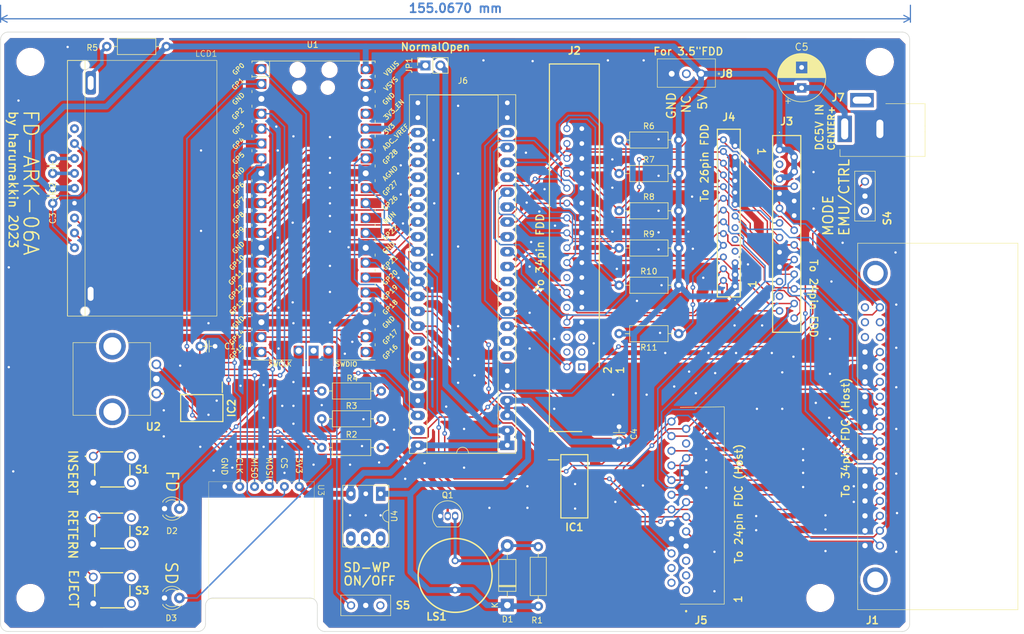
<source format=kicad_pcb>
(kicad_pcb (version 20221018) (generator pcbnew)
  (title_block (title "FD-ARK-06A") (date "2023-07-16") (rev "R6"))
  (layers (0 "F.Cu" signal) (31 "B.Cu" signal) (34 "B.Paste" user) (35 "F.Paste" user) (36 "B.SilkS" user "B.Silkscreen") (37 "F.SilkS" user "F.Silkscreen") (38 "B.Mask" user) (39 "F.Mask" user) (44 "Edge.Cuts" user))
  (net 0 "")
  (net 1 "+3V3")
  (net 2 "GND")
  (net 3 "Net-(LCD1-CAP1N)")
  (net 4 "Net-(LCD1-CAP1P)")
  (net 5 "+5V")
  (net 6 "Net-(LCD1-VOUT)")
  (net 7 "Net-(D1-A)")
  (net 8 "Net-(D2-A)")
  (net 9 "Net-(D3-A)")
  (net 10 "~{PICO_INDEX}")
  (net 11 "~{FDC_INDEX}")
  (net 12 "~{PICO_READ_DATA}")
  (net 13 "~{FDC_READ_DATA}")
  (net 14 "~{PICO_TRACK00}")
  (net 15 "~{FDC_TRACK00}")
  (net 16 "~{FDC_DISK_CHANGE}")
  (net 17 "~{PICO_DISK_CHANGE}")
  (net 18 "~{FDC_WRITE_PROTECT}")
  (net 19 "~{PICO_WRITE_PROTECT}")
  (net 20 "~{FDC_READY}")
  (net 21 "~{PICO_READY}")
  (net 22 "SPI_CLK")
  (net 23 "SPI_MOSI")
  (net 24 "SPI_MISO")
  (net 25 "SPI_CS_IO")
  (net 29 "Net-(IC2-GP0)")
  (net 30 "Net-(IC2-GP1)")
  (net 31 "Net-(IC2-GP2)")
  (net 32 "Net-(IC2-GP3)")
  (net 33 "Net-(IC2-GP4)")
  (net 34 "Net-(IC2-GP5)")
  (net 35 "Net-(IC2-GP6)")
  (net 36 "Net-(IC2-GP7)")
  (net 38 "~{FD_MODE_SELECT}")
  (net 44 "~{FD_DRIVE_SELECT_1}")
  (net 46 "~{FD_MOTOR_ON_1}")
  (net 47 "~{FD_DIRECTION}")
  (net 48 "~{FD_STEP}")
  (net 49 "~{FD_WRITE_DATA}")
  (net 50 "~{FD_WRITE_GATE}")
  (net 51 "~{FD_SIDE1}")
  (net 59 "~{FD_INDEX}")
  (net 62 "~{FD_TRACK00}")
  (net 63 "~{FD_WRITE_PROTECT}")
  (net 64 "~{FD_READ_DATA}")
  (net 65 "~{FD_DISK_CHANGE}")
  (net 67 "~{FD_READY}")
  (net 77 "~{PICO_MODE_SELECT}")
  (net 78 "~{PICO_DRIVE_SELECT_1}")
  (net 79 "~{PICO_MOTOR_ON_1}")
  (net 80 "~{PICO_DIRECTION}")
  (net 81 "~{PICO_STEP}")
  (net 82 "~{PICO_WRITE_DATA}")
  (net 83 "~{PICO_WRITE_GATE}")
  (net 84 "~{PICO_SIDE1}")
  (net 87 "2DIR")
  (net 88 "~{1OE}")
  (net 89 "~{2OE}")
  (net 91 "Net-(Q1-G)")
  (net 92 "Net-(LCD1-PadA)")
  (net 100 "SPI_CS_SD")
  (net 113 "Net-(S5-NO)")
  (net 117 "/HIGH DENSITY")
  (net 120 "Net-(JP1-A)")
  (net 121 "/LCD_SDA")
  (net 122 "/LCD_SCL")
  (net 123 "Net-(U1-GPIO0)")
  (footprint "SamacSys_Parts:TVDP01G73BB" (layer "F.Cu") (at 75.49 123.44)
    (fp_text reference "S2")
    (fp_text value "TVDP01-G73BB" hide)
  )
  (footprint "LED_THT:LED_D3.0mm" (layer "F.Cu") (at 87.63 137.16)
    (fp_text reference "D3")
    (fp_text value "LED")
  )
  (footprint "0_Footprint:AQM1602Y-NLW" (layer "F.Cu") (at 72.285 57.115 -90)
    (fp_text reference "LCD1")
    (fp_text value "AQM1602Y-NLW-FBW")
    (fp_circle (center -10.85 -1.8) (end -10.05 -1.8) (stroke (width 0.1)) (fill none) (layer "Edge.Cuts"))
    (fp_circle (center 31.16 -1.8) (end 31.96 -1.8) (stroke (width 0.1)) (fill none) (layer "Edge.Cuts"))
  )
  (footprint "Diode_THT:D_DO-41_SOD81_P10.16mm_Horizontal" (layer "F.Cu") (at 146.05 138.39 90)
    (fp_text reference "D1")
    (fp_text value "1N4001")
  )
  (footprint "Resistor_THT:R_Axial_DIN0207_L6.3mm_D2.5mm_P10.16mm_Horizontal" (layer "F.Cu") (at 165.1 77.47)
    (fp_text reference "R9")
    (fp_text value "1k")
  )
  (footprint "Package_DIP:DIP-48_W15.24mm_Socket_LongPads" (layer "F.Cu") (at 146.05 111.125 180)
    (fp_text reference "J6")
    (fp_text value "AE-LLCNV-LVCH16T245")
  )
  (footprint "Resistor_THT:R_Axial_DIN0207_L6.3mm_D2.5mm_P10.16mm_Horizontal" (layer "F.Cu") (at 124.587 106.604 180)
    (fp_text reference "R3")
    (fp_text value "4.8k")
  )
  (footprint "SamacSys_Parts:TVDP01G73BB" (layer "F.Cu") (at 75.49 112.99)
    (fp_text reference "S1")
    (fp_text value "TVDP01-G73BB" hide)
  )
  (footprint "SamacSys_Parts:TVDP01G73BB" (layer "F.Cu") (at 75.49 133.6)
    (fp_text reference "S3")
    (fp_text value "TVDP01-G73BB" hide)
  )
  (footprint "SamacSys_Parts:SOP65P780X200-20N" (layer "F.Cu") (at 93.98 104.775 -90)
    (fp_text reference "IC2")
    (fp_text value "MCP23S08-E_SS" hide)
  )
  (footprint "Package_TO_SOT_THT:TO-92_Inline" (layer "F.Cu") (at 134.62 123.19)
    (fp_text reference "Q1")
    (fp_text value "2N7000")
  )
  (footprint "SamacSys_Parts:HIF3BA34PA254DS71" (layer "F.Cu") (at 219.42 107.91 -90)
    (fp_text reference "J1")
    (fp_text value "HIF3BA-34PA-2.54DS_71_" hide)
  )
  (footprint "SamacSys_Parts:SS12D00G3" (layer "F.Cu") (at 121.92 138.43 180)
    (fp_text reference "S5")
    (fp_text value "SS12D00G3" hide)
  )
  (footprint "Resistor_THT:R_Axial_DIN0207_L6.3mm_D2.5mm_P10.16mm_Horizontal" (layer "F.Cu") (at 124.587 101.854 180)
    (fp_text reference "R4")
    (fp_text value "4.8k")
  )
  (footprint "SamacSys_Parts:SHDR34W60P254_2X17_6250X850X2730P" (layer "F.Cu") (at 158.75 97.75 90)
    (fp_text reference "J2")
    (fp_text value "HIF3BA-34PA-2.54DSA_71_" hide)
  )
  (footprint "SamacSys_Parts:HLW26S2C7LF" (layer "F.Cu") (at 184.88 84.01 90)
    (fp_text reference "J4")
    (fp_text value "HLW26S-2C7LF" hide)
  )
  (footprint "SamacSys_Parts:SOIC127P780X190-14N" (layer "F.Cu") (at 157.48 118.11)
    (fp_text reference "IC1")
    (fp_text value "TC74HC07AF_F_" hide)
  )
  (footprint "0_Footprint:Micro SD Card Socket" (layer "F.Cu") (at 110.6 118.16 -90)
    (fp_text reference "U3")
    (fp_text value "~")
  )
  (footprint "MountingHole:MountingHole_4.3mm_M4" (layer "F.Cu") (at 199.39 137.16)
    (fp_text reference "H3" hide)
    (fp_text value "MountingHole")
  )
  (footprint "0_Footprint:C_Rect_L4.5mm_W3.5mm_P2.54mm" (layer "F.Cu") (at 68.58 69.85 90)
    (fp_text reference "C3")
    (fp_text value "105")
  )
  (footprint "RPi_Pico:RPi_Pico_SMD_TH" (layer "F.Cu") (at 113.03 71.08)
    (fp_text reference "U1")
    (fp_text value "RaspberryPi Pico")
  )
  (footprint "Resistor_THT:R_Axial_DIN0207_L6.3mm_D2.5mm_P10.16mm_Horizontal" (layer "F.Cu") (at 87.95 43.1 180)
    (fp_text reference "R5")
    (fp_text value "1k")
  )
  (footprint "SamacSys_Parts:EC12E2420801" (layer "F.Cu") (at 78.74 99.81 90)
    (fp_text reference "U2")
    (fp_text value "EC12E2420801" hide)
  )
  (footprint "SamacSys_Parts:24FESTVKN" (layer "F.Cu") (at 176.53 135.81 90)
    (fp_text reference "J5")
    (fp_text value "24FE-ST-VK-N" hide)
  )
  (footprint "Capacitor_THT:CP_Radial_D8.0mm_P3.50mm" (layer "F.Cu") (at 196.215 50.165 90)
    (fp_text reference "C5")
    (fp_text value "100uF")
  )
  (footprint "SamacSys_Parts:PKM13EPYH4002-B0" (layer "F.Cu") (at 137.16 133.31 90)
    (fp_text reference "LS1")
    (fp_text value "PKM13EPYH4000-A0" hide)
  )
  (footprint "MountingHole:MountingHole_4.3mm_M4" (layer "F.Cu") (at 64.77 45.72)
    (fp_text reference "H1" hide)
    (fp_text value "MountingHole")
  )
  (footprint "0_Footprint:C_Rect_L4.5mm_W3.5mm_P2.54mm" (layer "F.Cu") (at 165.1 107.95 -90)
    (fp_text reference "C4")
    (fp_text value "104")
  )
  (footprint "Resistor_THT:R_Axial_DIN0207_L6.3mm_D2.5mm_P10.16mm_Horizontal" (layer "F.Cu") (at 165.1 64.77)
    (fp_text reference "R7")
    (fp_text value "1k")
  )
  (footprint "0_Footprint:MJ179PH_N" (layer "F.Cu") (at 209.55 57.15 180)
    (fp_text reference "J7")
    (fp_text value "MJ-179PH" hide)
  )
  (footprint "Resistor_THT:R_Axial_DIN0207_L6.3mm_D2.5mm_P10.16mm_Horizontal" (layer "F.Cu") (at 165.1 71.12)
    (fp_text reference "R8")
    (fp_text value "1k")
  )
  (footprint "MountingHole:MountingHole_4.3mm_M4" (layer "F.Cu") (at 64.77 137.16)
    (fp_text reference "H2" hide)
    (fp_text value "MountingHole")
  )
  (footprint "Connector_PinSocket_2.54mm:PinSocket_1x02_P2.54mm_Vertical" (layer "F.Cu") (at 132.1 46.33 90)
    (fp_text reference "JP1")
    (fp_text value "Jumper_2_Open")
  )
  (footprint "Resistor_THT:R_Axial_DIN0207_L6.3mm_D2.5mm_P10.16mm_Horizontal" (layer "F.Cu") (at 175.26 92.075 180)
    (fp_text reference "R11")
    (fp_text value "1k")
  )
  (footprint "Resistor_THT:R_Axial_DIN0207_L6.3mm_D2.5mm_P10.16mm_Horizontal" (layer "F.Cu") (at 151.33 138.57 90)
    (fp_text reference "R1")
    (fp_text value "10k")
  )
  (footprint "MountingHole:MountingHole_4.3mm_M4" (layer "F.Cu") (at 209.55 45.72)
    (fp_text reference "H4" hide)
    (fp_text value "MountingHole")
  )
  (footprint "SamacSys_Parts:SS12D00G3" (layer "F.Cu") (at 207.01 68.62 90)
    (fp_text reference "S4")
    (fp_text value "SS12D00G3" hide)
  )
  (footprint "Resistor_THT:R_Axial_DIN0207_L6.3mm_D2.5mm_P10.16mm_Horizontal" (layer "F.Cu") (at 165.1 59.055)
    (fp_text reference "R6")
    (fp_text value "1k")
  )
  (footprint "Resistor_THT:R_Axial_DIN0207_L6.3mm_D2.5mm_P10.16mm_Horizontal" (layer "F.Cu") (at 165.1 83.82)
    (fp_text reference "R10")
    (fp_text value "1k")
  )
  (footprint "0_Footprint:S3BXHALFSN" (layer "F.Cu") (at 179.07 47.752)
    (fp_text reference "J8")
    (fp_text value "S3B-XH-A_LF__SN_" hide)
  )
  (footprint "0_Footprint:C_Rect_L4.5mm_W3.5mm_P2.54mm" (layer "F.Cu") (at 68.58 64.75 90)
    (fp_text reference "C2")
    (fp_text value "104")
  )
  (footprint "0_Footprint:C_Rect_L4.5mm_W3.5mm_P2.54mm" (layer "F.Cu") (at 96.246 94.234 180)
    (fp_text reference "C1")
    (fp_text value "104")
  )
  (footprint "0_Footprint:AE-XC9306-xVx" (layer "F.Cu") (at 124.47 119.39 -90)
    (fp_text reference "U4")
    (fp_text value "AE-XC9306-3V3")
  )
  (footprint "LED_THT:LED_D3.0mm" (layer "F.Cu") (at 87.63 121.92)
    (fp_text reference "D2")
    (fp_text value "LED")
  )
  (footprint "Resistor_THT:R_Axial_DIN0207_L6.3mm_D2.5mm_P10.16mm_Horizontal" (layer "F.Cu") (at 114.427 111.506)
    (fp_text reference "R2")
    (fp_text value "10k")
  )
  (footprint "SamacSys_Parts:24FEBTVKN" (layer "F.Cu") (at 192.445 60.69 -90)
    (fp_text reference "J3")
    (fp_text value "24FE-BT-VK-N" hide)
  )
  (gr_arc (start 94.615 138.43) (mid 94.99279 137.531409) (end 95.894025 137.159969) (stroke (width 0.1)) (layer "Edge.Cuts"))
  (gr_line (start 93.335975 142.875031) (end 60.96 142.875031) (stroke (width 0.1)) (layer "Edge.Cuts"))
  (gr_line (start 112.395 137.16) (end 95.894025 137.159969) (stroke (width 0.1)) (layer "Edge.Cuts"))
  (gr_arc (start 60.96 142.875031) (mid 60.058759 142.503597) (end 59.680975 141.605) (stroke (width 0.1)) (layer "Edge.Cuts"))
  (gr_line (start 113.665 141.605) (end 113.674025 138.430031) (stroke (width 0.1)) (layer "Edge.Cuts"))
  (gr_line (start 213.36 142.875) (end 114.944025 142.875031) (stroke (width 0.1)) (layer "Edge.Cuts"))
  (gr_arc (start 59.69 41.91) (mid 60.067785 41.011403) (end 60.969025 40.639969) (stroke (width 0.1)) (layer "Edge.Cuts"))
  (gr_arc (start 214.63 141.605) (mid 214.258026 142.503026) (end 213.36 142.875) (stroke (width 0.1)) (layer "Edge.Cuts"))
  (gr_arc (start 213.36 40.64) (mid 214.258026 41.011974) (end 214.63 41.91) (stroke (width 0.1)) (layer "Edge.Cuts"))
  (gr_line (start 94.615 138.43) (end 94.615 141.605) (stroke (width 0.1)) (layer "Edge.Cuts"))
  (gr_line (start 214.63 41.91) (end 214.63 141.605) (stroke (width 0.1)) (layer "Edge.Cuts"))
  (gr_arc (start 94.615 141.605) (mid 94.23721 142.503591) (end 93.335975 142.875031) (stroke (width 0.1)) (layer "Edge.Cuts"))
  (gr_arc (start 112.395 137.16) (mid 113.296234 137.531441) (end 113.674025 138.430031) (stroke (width 0.1)) (layer "Edge.Cuts"))
  (gr_line (start 60.969025 40.639969) (end 213.36 40.64) (stroke (width 0.1)) (layer "Edge.Cuts"))
  (gr_arc (start 114.944025 142.875031) (mid 114.042791 142.50359) (end 113.665 141.605) (stroke (width 0.1)) (layer "Edge.Cuts"))
  (gr_line (start 59.690001 141.605) (end 59.69 41.91) (stroke (width 0.1)) (layer "Edge.Cuts"))
  (gr_text "5V" (at 180.213 54.0258 90) (layer "F.SilkS") (effects (font (size 1.5 1.5) (thickness 0.225)) (justify left bottom)))
  (gr_text "To 24pin FDD" (at 197.485 79.28 270) (layer "F.SilkS") (effects (font (size 1.3 1.3) (thickness 0.225)) (justify left bottom)))
  (gr_text "FD-ARK-06A" (at 63.373 53.721 270) (layer "F.SilkS") (effects (font (size 2.5 2.5) (thickness 0.25) bold) (justify left bottom)))
  (gr_text "NormalOpen" (at 127.762 43.942) (layer "F.SilkS") (effects (font (size 1.3 1.3) (thickness 0.225)) (justify left bottom)))
  (gr_text "NC" (at 177.419 54.61 90) (layer "F.SilkS") (effects (font (size 1.5 1.5) (thickness 0.225)) (justify left bottom)))
  (gr_text "1" (at 186.1566 138.1252 90) (layer "F.SilkS") (effects (font (size 1.3 1.3) (thickness 0.225)) (justify left bottom)))
  (gr_text "CENTER+" (at 201.93 60.96 90) (layer "F.SilkS") (effects (font (size 1.1 1.1) (thickness 0.225)) (justify left bottom)))
  (gr_text "To 34pin FDD" (at 152.4 85.09 90) (layer "F.SilkS") (effects (font (size 1.3 1.3) (thickness 0.225)) (justify left bottom)))
  (gr_text "MODE\nEMU/CTRL" (at 204.47 75.565 90) (layer "F.SilkS") (effects (font (size 1.7 1.7) (thickness 0.25) bold) (justify left bottom)))
  (gr_text "1" (at 188.595 84.36 90) (layer "F.SilkS") (effects (font (size 1.3 1.3) (thickness 0.225)) (justify left bottom)))
  (gr_text "To 34pin FDC (Host)" (at 204.47 120.142 90) (layer "F.SilkS") (effects (font (size 1.3 1.3) (thickness 0.225)) (justify left bottom)))
  (gr_text "SD-WP" (at 117.983 132.842) (layer "F.SilkS") (effects (font (size 1.5 1.5) (thickness 0.25) bold) (justify left bottom)))
  (gr_text "1" (at 188.595 60.25 -90) (layer "F.SilkS") (effects (font (size 1.3 1.3) (thickness 0.225)) (justify left bottom)))
  (gr_text "EJECT" (at 71.247 132.207 270) (layer "F.SilkS") (effects (font (size 1.5 1.5) (thickness 0.25) bold) (justify left bottom)))
  (gr_text "GND" (at 174.879 55.626 90) (layer "F.SilkS") (effects (font (size 1.5 1.5) (thickness 0.225)) (justify left bottom)))
  (gr_text "To 24pin FDC (Host)" (at 186.2582 131.4196 90) (layer "F.SilkS") (effects (font (size 1.3 1.3) (thickness 0.225)) (justify left bottom)))
  (gr_text "by harumakkin 2023" (at 60.96 53.975 270) (layer "F.SilkS") (effects (font (size 1.5 1.5) (thickness 0.25) bold) (justify left bottom)))
  (gr_text "ON/OFF" (at 117.983 135.128) (layer "F.SilkS") (effects (font (size 1.5 1.5) (thickness 0.25) bold) (justify left bottom)))
  (gr_text "FD" (at 87.757 115.2652 270) (layer "F.SilkS") (effects (font (size 2 2) (thickness 0.25) bold) (justify left bottom)))
  (gr_text "To 26pin FDD" (at 180.435 69.755 90) (layer "F.SilkS") (effects (font (size 1.3 1.3) (thickness 0.225)) (justify left bottom)))
  (gr_text "For 3.5{dblquote}FDD" (at 170.815 44.704) (layer "F.SilkS") (effects (font (size 1.3 1.3) (thickness 0.225)) (justify left bottom)))
  (gr_text "INSERT" (at 71.12 111.76 270) (layer "F.SilkS") (effects (font (size 1.5 1.5) (thickness 0.25) bold) (justify left bottom)))
  (gr_text "RETERN" (at 71.12 121.92 270) (layer "F.SilkS") (effects (font (size 1.5 1.5) (thickness 0.25) bold) (justify left bottom)))
  (gr_text "SD" (at 87.63 130.81 270) (layer "F.SilkS") (effects (font (size 2 2) (thickness 0.25) bold) (justify left bottom)))
  (gr_text "2\n1" (at 166.0398 99.06 90) (layer "F.SilkS") (effects (font (size 1.3 1.3) (thickness 0.225)) (justify left bottom)))
  (gr_text "DC5V IN" (at 200.025 60.96 90) (layer "F.SilkS") (effects (font (size 1.3 1.3) (thickness 0.225)) (justify left bottom)))
  (dimension (type aligned) (layer "B.Cu") (pts (xy 59.69 35.56) (xy 214.757 35.56)) (height 2.811609) (gr_text "155.0670 mm" (at 137.2235 36.571609) (layer "B.Cu") (effects (font (size 1.5 1.5) (thickness 0.3)))) (format (prefix "") (suffix "") (units 3) (units_format 1) (precision 4)) (style (thickness 0.2) (arrow_length 1.27) (text_position_mode 0) (extension_height 0.58642) (extension_offset 0.5) keep_text_aligned))
  (segment (start 98.552 108.077) (end 98.552 99.949) (width 0.25) (layer "F.Cu") (net 1))
  (segment (start 93.655 101.225) (end 93.655 94.325) (width 0.25) (layer "F.Cu") (net 1))
  (segment (start 106.9224 108.839) (end 99.314 108.839) (width 0.25) (layer "F.Cu") (net 1))
  (segment (start 96.905 108.325) (end 96.905 105.922) (width 0.25) (layer "F.Cu") (net 1))
  (segment (start 119.39 119.39) (end 111.83 119.39) (width 1) (layer "F.Cu") (net 1))
  (segment (start 93.655 102.672) (end 93.655 101.225) (width 0.25) (layer "F.Cu") (net 1))
  (segment (start 99.314 108.839) (end 98.552 108.077) (width 0.25) (layer "F.Cu") (net 1))
  (segment (start 106.934 108.8274) (end 106.9224 108.839) (width 0.25) (layer "F.Cu") (net 1))
  (segment (start 96.905 105.922) (end 93.655 102.672) (width 0.25) (layer "F.Cu") (net 1))
  (segment (start 111.83 119.39) (end 110.6 118.16) (width 1) (layer "F.Cu") (net 1))
  (via (at 106.934 108.8274) (size 0.8) (drill 0.4) (layers "F.Cu" "B.Cu") (net 1))
  (via (at 98.552 99.949) (size 0.8) (drill 0.4) (layers "F.Cu" "B.Cu") (net 1))
  (segment (start 126.111 115.824) (end 130.81 111.125) (width 1) (layer "B.Cu") (net 1))
  (segment (start 106.934 108.8274) (end 107.3889 108.8274) (width 0.25) (layer "B.Cu") (net 1))
  (segment (start 134.64 46.33) (end 135.49 47.18) (width 1) (layer "B.Cu") (net 1))
  (segment (start 94.615 92.202) (end 93.706 93.111) (width 0.2) (layer "B.Cu") (net 1))
  (segment (start 146.05 108.585) (end 146.05 111.125) (width 1) (layer "B.Cu") (net 1))
  (segment (start 119.39 119.39) (end 119.39 117.973) (width 1) (layer "B.Cu") (net 1))
  (segment (start 135.49 47.18) (end 135.49 100.819) (width 1) (layer "B.Cu") (net 1))
  (segment (start 143.256 108.585) (end 146.05 108.585) (width 1) (layer "B.Cu") (net 1))
  (segment (start 97.028 92.202) (end 94.615 92.202) (width 0.2) (layer "B.Cu") (net 1))
  (segment (start 121.539 115.824) (end 125.73 115.824) (width 1) (layer "B.Cu") (net 1))
  (segment (start 146.05 111.125) (end 130.81 111.125) (width 1) (layer "B.Cu") (net 1))
  (segment (start 110.6 112.0385) (end 110.6 118.16) (width 0.25) (layer "B.Cu") (net 1))
  (segment (start 107.3889 108.8274) (end 110.6 112.0385) (width 0.25) (layer "B.Cu") (net 1))
  (segment (start 93.706 93.111) (end 93.706 94.234) (width 0.2) (layer "B.Cu") (net 1))
  (segment (start 125.73 115.824) (end 126.111 115.824) (width 1) (layer "B.Cu") (net 1))
  (segment (start 98.552 99.949) (end 98.552 93.726) (width 0.2) (layer "B.Cu") (net 1))
  (segment (start 98.552 93.726) (end 97.028 92.202) (width 0.2) (layer "B.Cu") (net 1))
  (segment (start 135.49 100.819) (end 143.256 108.585) (width 1) (layer "B.Cu") (net 1))
  (segment (start 119.39 117.973) (end 121.539 115.824) (width 1) (layer "B.Cu") (net 1))
  (segment (start 91.705 101.225) (end 91.705 99.706) (width 0.25) (layer "F.Cu") (net 2))
  (segment (start 91.705 99.706) (end 91.694 99.695) (width 0.25) (layer "F.Cu") (net 2))
  (via (at 127.889 63.373) (size 0.8) (drill 0.4) (layers "F.Cu" "B.Cu") (net 2))
  (via (at 109.601 90.297) (size 0.8) (drill 0.4) (layers "F.Cu" "B.Cu") (net 2))
  (via (at 61.087 80.772) (size 0.8) (drill 0.4) (layers "F.Cu" "B.Cu") (net 2))
  (via (at 133.223 78.613) (size 0.8) (drill 0.4) (layers "F.Cu" "B.Cu") (net 2))
  (via (at 87.503 109.601) (size 0.8) (drill 0.4) (layers "F.Cu" "B.Cu") (net 2))
  (via (at 107.061 87.63) (size 0.8) (drill 0.4) (layers "F.Cu" "B.Cu") (net 2))
  (via (at 196.469 113.665) (size 0.8) (drill 0.4) (layers "F.Cu" "B.Cu") (net 2))
  (via (at 181.483 98.806) (size 0.8) (drill 0.4) (layers "F.Cu" "B.Cu") (net 2))
  (via (at 137.668 53.213) (size 0.8) (drill 0.4) (layers "F.Cu" "B.Cu") (net 2))
  (via (at 119.253 114.427) (size 0.8) (drill 0.4) (layers "F.Cu" "B.Cu") (net 2))
  (via (at 174.498 101.092) (size 0.8) (drill 0.4) (layers "F.Cu" "B.Cu") (net 2))
  (via (at 109.601 107.442) (size 0.8) (drill 0.4) (layers "F.Cu" "B.Cu") (net 2))
  (via (at 188.595 104.902) (size 0.8) (drill 0.4) (layers "F.Cu" "B.Cu") (net 2))
  (via (at 154.051 104.902) (size 0.8) (drill 0.4) (layers "F.Cu" "B.Cu") (net 2))
  (via (at 100.584 100.965) (size 0.8) (drill 0.4) (layers "F.Cu" "B.Cu") (net 2))
  (via (at 185.039 95.377) (size 0.8) (drill 0.4) (layers "F.Cu" "B.Cu") (net 2))
  (via (at 154.051 92.964) (size 0.8) (drill 0.4) (layers "F.Cu" "B.Cu") (net 2))
  (via (at 157.607 121.92) (size 0.8) (drill 0.4) (layers "F.Cu" "B.Cu") (net 2))
  (via (at 164.465 120.777) (size 0.8) (drill 0.4) (layers "F.Cu" "B.Cu") (net 2))
  (via (at 124.206 114.046) (size 0.8) (drill 0.4) (layers "F.Cu" "B.Cu") (net 2))
  (via (at 205.105 120.777) (size 0.8) (drill 0.4) (layers "F.Cu" "B.Cu") (net 2))
  (via (at 128.27 73.279) (size 0.8) (drill 0.4) (layers "F.Cu" "B.Cu") (net 2))
  (via (at 133.477 59.055) (size 0.8) (drill 0.4) (layers "F.Cu" "B.Cu") (net 2))
  (via (at 140.462 99.187) (size 0.8) (drill 0.4) (layers "F.Cu" "B.Cu") (net 2))
  (via (at 118.999 77.343) (size 0.8) (drill 0.4) (layers "F.Cu" "B.Cu") (net 2))
  (via (at 150.114 76.454) (size 0.8) (drill 0.4) (layers "F.Cu" "B.Cu") (net 2))
  (via (at 177.673 77.597) (size 0.8) (drill 0.4) (layers "F.Cu" "B.Cu") (net 2))
  (via (at 96.52 103.505) (size 0.8) (drill 0.4) (layers "F.Cu" "B.Cu") (net 2))
  (via (at 137.668 64.77) (size 0.8) (drill 0.4) (layers "F.Cu" "B.Cu") (net 2))
  (via (at 201.041 98.933) (size 0.8) (drill 0.4) (layers "F.Cu" "B.Cu") (net 2))
  (via (at 149.479 118.11) (size 0.8) (drill 0.4) (layers "F.Cu" "B.Cu") (net 2))
  (via (at 133.223 99.822) (size 0.8) (drill 0.4) (layers "F.Cu" "B.Cu") (net 2))
  (via (at 212.471 122.682) (size 0.8) (drill 0.4) (layers "F.Cu" "B.Cu") (net 2))
  (via (at 113.03 114.427) (size 0.8) (drill 0.4) (layers "F.Cu" "B.Cu") (net 2))
  (via (at 115.824 90.17) (size 0.8) (drill 0.4) (layers "F.Cu" "B.Cu") (net 2))
  (via (at 212.344 101.219) (size 0.8) (drill 0.4) (layers "F.Cu" "B.Cu") (net 2))
  (via (at 168.148 86.487) (size 0.8) (drill 0.4) (layers "F.Cu" "B.Cu") (net 2))
  (via (at 71.12 43.18) (size 0.8) (drill 0.4) (layers "F.Cu" "B.Cu") (net 2))
  (via (at 106.934 60.833) (size 0.8) (drill 0.4) (layers "F.Cu" "B.Cu") (net 2))
  (via (at 172.974 95.377) (size 0.8) (drill 0.4) (layers "F.Cu" "B.Cu") (net 2))
  (via (at 137.668 96.393) (size 0.8) (drill 0.4) (layers "F.Cu" "B.Cu") (net 2))
  (via (at 128.651 116.84) (size 0.8) (drill 0.4) (layers "F.Cu" "B.Cu") (net 2))
  (via (at 179.959 118.364) (size 0.8) (drill 0.4) (layers "F.Cu" "B.Cu") (net 2))
  (via (at 115.824 69.85) (size 0.8) (drill 0.4) (layers "F.Cu" "B.Cu") (net 2))
  (via (at 163.957 67.183) (size 0.8) (drill 0.4) (layers "F.Cu" "B.Cu") (net 2))
  (via (at 200.279 123.063) (size 0.8) (drill 0.4) (layers "F.Cu" "B.Cu") (net 2))
  (via (at 192.913 98.679) (size 0.8) (drill 0.4) (layers "F.Cu" "B.Cu") (net 2))
  (via (at 178.181 102.235) (size 0.8) (drill 0.4) (layers "F.Cu" "B.Cu") (net 2))
  (via (at 196.469 115.824) (size 0.8) (drill 0.4) (layers "F.Cu" "B.Cu") (net 2))
  (via (at 109.601 104.394) (size 0.8) (drill 0.4) (layers "F.Cu" "B.Cu") (net 2))
  (via (at 180.34 95.377) (size 0.8) (drill 0.4) (layers "F.Cu" "B.Cu") (net 2))
  (via (at 192.913 104.902) (size 0.8) (drill 0.4) (layers "F.Cu" "B.Cu") (net 2))
  (via (at 171.831 71.12) (size 0.8) (drill 0.4) (layers "F.Cu" "B.Cu") (net 2))
  (via (at 171.831 77.724) (size 0.8) (drill 0.4) (layers "F.Cu" "B.Cu") (net 2))
  (via (at 177.038 98.552) (size 0.8) (drill 0.4) (layers "F.Cu" "B.Cu") (net 2))
  (via (at 179.959 113.665) (size 0.8) (drill 0.4) (layers "F.Cu" "B.Cu") (net 2))
  (via (at 198.247 64.516) (size 0.8) (drill 0.4) (layers "F.Cu" "B.Cu") (net 2))
  (via (at 212.217 78.232) (size 0.8) (drill 0.4) (layers "F.Cu" "B.Cu") (net 2))
  (via (at 124.46 123.063) (size 0.8) (drill 0.4) (layers "F.Cu" "B.Cu") (net 2))
  (via (at 200.914 106.426) (size 0.8) (drill 0.4) (layers "F.Cu" "B.Cu") (net 2))
  (via (at 157.607 117.729) (size 0.8) (drill 0.4) (layers "F.Cu" "B.Cu") (net 2))
  (via (at 152.4 67.437) (size 0.8) (drill 0.4) (layers "F.Cu" "B.Cu") (net 2))
  (via (at 201.295 83.185) (size 0.8) (drill 0.4) (layers "F.Cu" "B.Cu") (net 2))
  (via (at 115.824 84.963) (size 0.8) (drill 0.4) (layers "F.Cu" "B.Cu") (net 2))
  (via (at 149.225 61.214) (size 0.8) (drill 0.4) (layers "F.Cu" "B.Cu") (net 2))
  (via (at 96.012 115.443) (size 0.8) (drill 0.4) (layers "F.Cu" "B.Cu") (net 2))
  (via (at 171.831 74.803) (size 0.8) (drill 0.4) (layers "F.Cu" "B.Cu") (net 2))
  (via (at 212.344 87.122) (size 0.8) (drill 0.4) (layers "F.Cu" "B.Cu") (net 2))
  (via (at 118.364 95.504) (size 0.8) (drill 0.4) (layers "F.Cu" "B.Cu") (net 2))
  (via (at 107.696 111.379) (size 0.8) (drill 0.4) (layers "F.Cu" "B.Cu") (net 2))
  (via (at 61.087 97.79) (size 0.8) (drill 0.4) (layers "F.Cu" "B.Cu") (net 2))
  (via (at 181.864 109.093) (size 0.8) (drill 0.4) (layers "F.Cu" "B.Cu") (net 2))
  (via (at 112.141 111.379) (size 0.8) (drill 0.4) (layers "F.Cu" "B.Cu") (net 2))
  (via (at 181.356 136.017) (size 0.8) (drill 0.4) (layers "F.Cu" "B.Cu") (net 2))
  (via (at 109.601 58.42) (size 0.8) (drill 0.4) (layers "F.Cu" "B.Cu") (net 2))
  (via (at 169.164 117.983) (size 0.8) (drill 0.4) (layers "F.Cu" "B.Cu") (net 2))
  (via (at 150.368 45.593) (size 0.8) (drill 0.4) (layers "F.Cu" "B.Cu") (net 2))
  (via (at 212.344 94.488) (size 0.8) (drill 0.4) (layers "F.Cu" "B.Cu") (net 2))
  (via (at 149.86 80.645) (size 0.8) (drill 0.4) (layers "F.Cu" "B.Cu") (net 2))
  (via (at 141.986 45.466) (size 0.8) (drill 0.4) (layers "F.Cu" "B.Cu") (net 2))
  (via (at 149.86 88.519) (size 0.8) (drill 0.4) (layers "F.Cu" "B.Cu") (net 2))
  (via (at 95.123 105.918) (size 0.8) (drill 0.4) (layers "F.Cu" "B.Cu") (net 2))
  (via (at 149.479 121.793) (size 0.8) (drill 0.4) (layers "F.Cu" "B.Cu") (net 2))
  (via (at 163.957 74.676) (size 0.8) (drill 0.4) (layers "F.Cu" "B.Cu") (net 2))
  (via (at 164.719 81.026) (size 0.8) (drill 0.4) (layers "F.Cu" "B.Cu") (net 2))
  (via (at 163.195 45.466) (size 0.8) (drill 0.4) (layers "F.Cu" "B.Cu") (net 2))
  (via (at 138.684 108.331) (size 0.8) (drill 0.4) (layers "F.Cu" "B.Cu") (net 2))
  (via (at 188.468 125.603) (size 0.8) (drill 0.4) (layers "F.Cu" "B.Cu") (net 2))
  (via (at 169.291 45.466) (size 0.8) (drill 0.4) (layers "F.Cu" "B.Cu") (net 2))
  (via (at 160.782 93.726) (size 0.8) (drill 0.4) (layers "F.Cu" "B.Cu") (net 2))
  (via (at 61.849 115.57) (size 0.8) (drill 0.4) (layers "F.Cu" "B.Cu") (net 2))
  (via (at 121.539 106.68) (size 0.8) (drill 0.4) (layers "F.Cu" "B.Cu") (net 2))
  (via (at 126.746 108.458) (size 0.8) (drill 0.4) (layers "F.Cu" "B.Cu") (net 2))
  (via (at 133.223 84.328) (size 0.8) (drill 0.4) (layers "F.Cu" "B.Cu") (net 2))
  (via (at 143.002 121.793) (size 0.8) (drill 0.4) (layers "F.Cu" "B.Cu") (net 2))
  (via (at 99.187 114.935) (size 0.8) (drill 0.4) (layers "F.Cu" "B.Cu") (net 2))
  (via (at 149.352 69.723) (size 0.8) (drill 0.4) (layers "F.Cu" "B.Cu") (net 2))
  (via (at 104.521 111.379) (size 0.8) (drill 0.4) (layers "F.Cu" "B.Cu") (net 2))
  (via (at 107.061 94.615) (size 0.8) (drill 0.4) (layers "F.Cu" "B.Cu") (net 2))
  (via (at 169.799 102.489) (size 0.8) (drill 0.4) (layers "F.Cu" "B.Cu") (net 2))
  (via (at 93.853 60.833) (size 0.8) (drill 0.4) (layers "F.Cu" "B.Cu") (net 2))
  (via (at 119.253 123.063) (size 0.8) (drill 0.4) (layers "F.Cu" "B.Cu") (net 2))
  (via (at 87.503 105.156) (size 0.8) (drill 0.4) (layers "F.Cu" "B.Cu") (net 2))
  (via (at 137.668 90.805) (size 0.8) (drill 0.4) (layers "F.Cu" "B.Cu") (net 2))
  (via (at 203.2 76.581) (size 0.8) (drill 0.4) (layers "F.Cu" "B.Cu") (net 2))
  (via (at 181.356 129.286) (size 0.8) (drill 0.4) (layers "F.Cu" "B.Cu") (net 2))
  (via (at 135.636 104.521) (size 0.8) (drill 0.4) (layers "F.Cu" "B.Cu") (net 2))
  (via (at 121.92 123.063) (size 0.8) (drill 0.4) (layers "F.Cu" "B.Cu") (net 2))
  (via (at 127.508 82.55) (size 0.8) (drill 0.4) (layers "F.Cu" "B.Cu") (net 2))
  (via (at 125.984 81.026) (size 0.8) (drill 0.4) (layers "F.Cu" "B.Cu") (net 2))
  (via (at 200.279 125.476) (size 0.8) (drill 0.4) (layers "F.Cu" "B.Cu") (net 2))
  (via (at 151.511 71.247) (size 0.8) (drill 0.4) (layers "F.Cu" "B.Cu") (net 2))
  (via (at 196.469 118.237) (size 0.8) (drill 0.4) (layers "F.Cu" "B.Cu") (net 2))
  (via (at 114.427 104.267) (size 0.8) (drill 0.4) (layers "F.Cu" "B.Cu") (net 2))
  (via (at 108.077 115.824) (size 0.8) (drill 0.4) (layers "F.Cu" "B.Cu") (net 2))
  (via (at 109.601 100.33) (size 0.8) (drill 0.4) (layers "F.Cu" "B.Cu") (net 2))
  (via (at 131.953 114.173) (size 0.8) (drill 0.4) (layers "F.Cu" "B.Cu") (net 2))
  (via (at 137.668 100.457) (size 0.8) (drill 0.4) (layers "F.Cu" "B.Cu") (net 2))
  (via (at 179.959 111.76) (size 0.8) (drill 0.4) (layers "F.Cu" "B.Cu") (net 2))
  (via (at 196.469 111.76) (size 0.8) (drill 0.4) (layers "F.Cu" "B.Cu") (net 2))
  (via (at 176.911 74.676) (size 0.8) (drill 0.4) (layers "F.Cu" "B.Cu") (net 2))
  (via (at 177.546 68.707) (size 0.8) (drill 0.4) (layers "F.Cu" "B.Cu") (net 2))
  (via (at 198.247 70.739) (size 0.8) (drill 0.4) (layers "F.Cu" "B.Cu") (net 2))
  (via (at 172.085 91.948) (size 0.8) (drill 0.4) (layers "F.Cu" "B.Cu") (net 2))
  (via (at 187.071 80.264) (size 0.8) (drill 0.4) (layers "F.Cu" "B.Cu") (net 2))
  (via (at 109.474 86.741) (size 0.8) (drill 0.4) (layers "F.Cu" "B.Cu") (net 2))
  (via (at 137.668 77.216) (size 0.8) (drill 0.4) (layers "F.Cu" "B.Cu") (net 2))
  (via (at 154.178 73.66) (size 0.8) (drill 0.4) (layers "F.Cu" "B.Cu") (net 2))
  (via (at 179.451 82.55) (size 0.8) (drill 0.4) (layers "F.Cu" "B.Cu") (net 2))
  (via (at 149.86 94.615) (size 0.8) (drill 0.4) (layers "F.Cu" "B.Cu") (net 2))
  (via (at 188.468 123.19) (size 0.8) (drill 0.4) (layers "F.Cu" "B.Cu") (net 2))
  (via (at 179.959 115.697) (size 0.8) (drill 0.4) (layers "F.Cu" "B.Cu") (net 2))
  (via (at 127.889 68.326) (size 0.8) (drill 0.4) (layers "F.Cu" "B.Cu") (net 2))
  (via (at 93.726 111.379) (size 0.8) (drill 0.4) (layers "F.Cu" "B.Cu") (net 2))
  (via (at 95.123 90.297) (size 0.8) (drill 0.4) (layers "F.Cu" "B.Cu") (net 2))
  (via (at 184.785 90.678) (size 0.8) (drill 0.4) (layers "F.Cu" "B.Cu") (net 2))
  (via (at 115.824 80.518) (size 0.8) (drill 0.4) (layers "F.Cu" "B.Cu") (net 2))
  (via (at 201.041 92.964) (size 0.8) (drill 0.4) (layers "F.Cu" "B.Cu") (net 2))
  (via (at 115.824 67.183) (size 0.8) (drill 0.4) (layers "F.Cu" "B.Cu") (net 2))
  (via (at 133.35 96.266) (size 0.8) (drill 0.4) (layers "F.Cu" "B.Cu") (net 2))
  (via (at 133.604 69.85) (size 0.8) (drill 0.4) (layers "F.Cu" "B.Cu") (net 2))
  (via (at 109.474 73.152) (size 0.8) (drill 0.4) (layers "F.Cu" "B.Cu") (net 2))
  (via (at 212.344 115.951) (size 0.8) (drill 0.4) (layers "F.Cu" "B.Cu") (net 2))
  (via (at 104.521 106.426) (size 0.8) (drill 0.4) (layers "F.Cu" "B.Cu") (net 2))
  (via (at 171.831 58.928) (size 0.8) (drill 0.4) (layers "F.Cu" "B.Cu") (net 2))
  (via (at 189.484 90.678) (size 0.8) (drill 0.4) (layers "F.Cu" "B.Cu") (net 2))
  (via (at 104.521 100.838) (size 0.8) (drill 0.4) (layers "F.Cu" "B.Cu") (net 2))
  (via (at 164.084 102.489) (size 0.8) (drill 0.4) (layers "F.Cu" "B.Cu") (net 2))
  (via (at 194.818 96.012) (size 0.8) (drill 0.4) (layers "F.Cu" "B.Cu") (net 2))
  (via (at 115.824 62.103) (size 0.8) (drill 0.4) (layers "F.Cu" "B.Cu") (net 2))
  (via (at 212.344 129.286) (size 0.8) (drill 0.4) (layers "F.Cu" "B.Cu") (net 2))
  (via (at 106.934 75.692) (size 0.8) (drill 0.4) (layers "F.Cu" "B.Cu") (net 2))
  (via (at 106.68 56.769) (size 0.8) (drill 0.4) (layers "F.Cu" "B.Cu") (net 2))
  (via (at 172.339 83.82) (size 0.8) (drill 0.4) (layers "F.Cu" "B.Cu") (net 2))
  (via (at 212.344 108.331) (size 0.8) (drill 0.4) (layers "F.Cu" "B.Cu") (net 2))
  (via (at 98.933 111.379) (size 0.8) (drill 0.4) (layers "F.Cu" "B.Cu") (net 2))
  (via (at 121.285 111.252) (size 0.8) (drill 0.4) (layers "F.Cu" "B.Cu") (net 2))
  (via (at 93.853 74.549) (size 0.8) (drill 0.4) (layers "F.Cu" "B.Cu") (net 2))
  (via (at 191.135 95.377) (size 0.8) (drill 0.4) (layers "F.Cu" "B.Cu") (net 2))
  (via (at 205.105 118.11) (size 0.8) (drill 0.4) (layers "F.Cu" "B.Cu") (net 2))
  (via (at 163.957 62.357) (size 0.8) (drill 0.4) (layers "F.Cu" "B.Cu") (net 2))
  (via (at 200.279 129.159) (size 0.8) (drill 0.4) (layers "F.Cu" "B.Cu") (net 2))
  (via (at 115.824 72.009) (size 0.8) (drill 0.4) (layers "F.Cu" "B.Cu") (net 2))
  (via (at 119.634 93.472) (size 0.8) (drill 0.4) (layers "F.Cu" "B.Cu") (net 2))
  (via (at 107.696 104.394) (size 0.8) (drill 0.4) (layers "F.Cu" "B.Cu") (net 2))
  (via (at 115.824 64.643) (size 0.8) (drill 0.4) (layers "F.Cu" "B.Cu") (net 2))
  (via (at 115.824 74.676) (size 0.8) (drill 0.4) (layers "F.Cu" "B.Cu") (net 2))
  (via (at 62.738 52.324) (size 0.8) (drill 0.4) (layers "F.Cu" "B.Cu") (net 2))
  (via (at 90.297 97.536) (size 0.8) (drill 0.4) (layers "F.Cu" "B.Cu") (net 2))
  (via (at 115.824 58.547) (size 0.8) (drill 0.4) (layers "F.Cu" "B.Cu") (net 2))
  (via (at 138.684 114.935) (size 0.8) (drill 0.4) (layers "F.Cu" "B.Cu") (net 2))
  (via (at 171.831 65.151) (size 0.8) (drill 0.4) (layers "F.Cu" "B.Cu") (net 2))
  (via (at 198.628 103.886) (size 0.8) (drill 0.4) (layers "F.Cu" "B.Cu") (net 2))
  (segment (start 192.445 78.19) (end 197.824 78.19) (width 0.2) (layer "B.Cu") (net 2))
  (segment (start 68.58 62.21) (end 72.27 62.21) (width 0.6) (layer "B.Cu") (net 3))
  (segment (start 72.27 62.21) (end 72.285 62.195) (width 0.4) (layer "B.Cu") (net 3))
  (segment (start 72.285 64.735) (end 68.595 64.735) (width 0.6) (layer "B.Cu") (net 4))
  (segment (start 68.595 64.735) (end 68.58 64.75) (width 0.4) (layer "B.Cu") (net 4))
  (segment (start 165.1 111.432) (end 165.1 110.49) (width 0.25) (layer "F.Cu") (net 5))
  (segment (start 161.018 114.3) (end 162.232 114.3) (width 0.25) (layer "F.Cu") (net 5))
  (segment (start 162.232 114.3) (end 165.1 111.432) (width 0.25) (layer "F.Cu") (net 5))
  (segment (start 70.485 53.34) (end 77.71 53.34) (width 1) (layer "B.Cu") (net 5))
  (segment (start 129.53 119.39) (end 129.53 132.705) (width 1) (layer "B.Cu") (net 5))
  (segment (start 66.04 65.405) (end 66.04 57.785) (width 1) (layer "B.Cu") (net 5))
  (segment (start 77.71 53.34) (end 87.95 43.1) (width 1) (layer "B.Cu") (net 5))
  (segment (start 175.26 83.82) (end 175.26 84.455) (width 1) (layer "B.Cu") (net 5))
  (segment (start 72.285 67.275) (end 68.615 67.275) (width 1) (layer "B.Cu") (net 5))
  (segment (start 156.845 110.49) (end 149.86 103.505) (width 1) (layer "B.Cu") (net 5))
  (segment (start 196.215 50.165) (end 192.342 50.165) (width 1) (layer "B.Cu") (net 5))
  (segment (start 194.04 60.69) (end 194.945 61.595) (width 1) (layer "B.Cu") (net 5))
  (segment (start 192.342 50.165) (end 192.445 50.2685) (width 1) (layer "B.Cu") (net 5))
  (segment (start 194.945 61.595) (end 194.945 61.94) (width 1) (layer "B.Cu") (net 5))
  (segment (start 192.73 65.405) (end 192.445 65.69) (width 1) (layer "B.Cu") (net 5))
  (segment (start 129.53 119.39) (end 124.47 119.39) (width 1) (layer "B.Cu") (net 5))
  (segment (start 131.191 117.729) (end 129.53 119.39) (width 1) (layer "B.Cu") (net 5))
  (segment (start 149.606 113.665) (end 145.542 117.729) (width 1) (layer "B.Cu") (net 5))
  (segment (start 165.1 110.49) (end 156.845 110.49) (width 1) (layer "B.Cu") (net 5))
  (segment (start 174.418 43.1) (end 121.92 43.1) (width 1) (layer "B.Cu") (net 5))
  (segment (start 165.1 92.075) (end 167.64 92.075) (width 1) (layer "B.Cu") (net 5))
  (segment (start 146.23 138.57) (end 146.05 138.39) (width 1) (layer "B.Cu") (net 5))
  (segment (start 192.445 50.2685) (end 192.445 60.69) (width 1) (layer "B.Cu") (net 5))
  (segment (start 167.64 109.22) (end 166.37 110.49) (width 1) (layer "B.Cu") (net 5))
  (segment (start 67.945 67.31) (end 66.04 65.405) (width 1) (layer "B.Cu") (net 5))
  (segment (start 166.37 110.49) (end 165.1 110.49) (width 1) (layer "B.Cu") (net 5))
  (segment (start 179.07 47.752) (end 174.418 43.1) (width 1) (layer "B.Cu") (net 5))
  (segment (start 175.26 64.77) (end 175.26 71.12) (width 1) (layer "B.Cu") (net 5))
  (segment (start 121.92 43.1) (end 87.95 43.1) (width 1) (layer "B.Cu") (net 5))
  (segment (start 192.445 60.69) (end 194.04 60.69) (width 1) (layer "B.Cu") (net 5))
  (segment (start 194.945 61.94) (end 194.945 64.44) (width 1) (layer "B.Cu") (net 5))
  (segment (start 179.07 49.53) (end 175.26 53.34) (width 1) (layer "B.Cu") (net 5))
  (segment (start 175.26 77.47) (end 175.26 83.82) (width 1) (layer "B.Cu") (net 5))
  (segment (start 192.342 50.165) (end 189.928 47.752) (width 1) (layer "B.Cu") (net 5))
  (segment (start 121.92 43.1) (end 121.92 46.95) (width 1) (layer "B.Cu") (net 5))
  (segment (start 203.55 57.15) (end 203.55 54.325) (width 1) (layer "B.Cu") (net 5))
  (segment (start 184.88 84.01) (end 184.88 82.01) (width 1) (layer "B.Cu") (net 5))
  (segment (start 175.26 71.12) (end 175.26 77.47) (width 1) (layer "B.Cu") (net 5))
  (segment (start 175.26 83.82) (end 177.165 85.725) (width 1) (layer "B.Cu") (net 5))
  (segment (start 194.945 64.44) (end 193.98 65.405) (width 1) (layer "B.Cu") (net 5))
  (segment (start 175.26 53.34) (end 175.26 59.055) (width 1) (layer "B.Cu") (net 5))
  (segment (start 175.26 59.055) (end 175.26 64.77) (width 1) (layer "B.Cu") (net 5))
  (segment (start 189.928 47.752) (end 179.07 47.752) (width 1) (layer "B.Cu") (net 5))
  (segment (start 149.606 108.839) (end 149.606 113.665) (width 1) (layer "B.Cu") (net 5))
  (segment (start 193.98 65.405) (end 192.73 65.405) (width 1) (layer "B.Cu") (net 5))
  (segment (start 146.05 106.045) (end 146.812 106.045) (width 1) (layer "B.Cu") (net 5))
  (segment (start 167.64 92.075) (end 167.64 109.22) (width 1) (layer "B.Cu") (net 5))
  (segment (start 149.86 103.505) (end 146.05 103.505) (width 1) (layer "B.Cu") (net 5))
  (segment (start 175.26 84.455) (end 167.64 92.075) (width 1) (layer "B.Cu") (net 5))
  (segment (start 179.07 47.752) (end 179.07 49.53) (width 1) (layer "B.Cu") (net 5))
  (segment (start 66.04 57.785) (end 70.485 53.34) (width 1) (layer "B.Cu") (net 5))
  (segment (start 145.542 117.729) (end 131.191 117.729) (width 1) (layer "B.Cu") (net 5))
  (segment (start 129.53 132.705) (end 132.635 135.81) (width 1) (layer "B.Cu") (net 5))
  (segment (start 137.16 135.81) (end 140.001 135.81) (width 1) (layer "B.Cu") (net 5))
  (segment (start 177.165 85.725) (end 183.165 85.725) (width 1) (layer "B.Cu") (net 5))
  (segment (start 146.812 106.045) (end 149.606 108.839) (width 1) (layer "B.Cu") (net 5))
  (segment (start 203.55 54.325) (end 199.39 50.165) (width 1) (layer "B.Cu") (net 5))
  (segment (start 142.581 138.39) (end 146.05 138.39) (width 1) (layer "B.Cu") (net 5))
  (segment (start 140.001 135.81) (end 142.581 138.39) (width 1) (layer "B.Cu") (net 5))
  (segment (start 68.58 67.31) (end 67.945 67.31) (width 1) (layer "B.Cu") (net 5))
  (segment (start 199.39 50.165) (end 196.215 50.165) (width 1) (layer "B.Cu") (net 5))
  (segment (start 183.165 85.725) (end 184.88 84.01) (width 1) (layer "B.Cu") (net 5))
  (segment (start 132.635 135.81) (end 137.16 135.81) (width 1) (layer "B.Cu") (net 5))
  (segment (start 151.33 138.57) (end 146.23 138.57) (width 1) (layer "B.Cu") (net 5))
  (segment (start 184.88 82.01) (end 184.88 80.01) (width 1) (layer "B.Cu") (net 5))
  (segment (start 68.615 67.275) (end 68.58 67.31) (width 1) (layer "B.Cu") (net 5))
  (segment (start 146.05 103.505) (end 146.05 106.045) (width 1) (layer "B.Cu") (net 5))
  (segment (start 68.58 73.73) (end 72.285 77.435) (width 0.25) (layer "B.Cu") (net 6))
  (segment (start 73.914 61.284) (end 72.285 59.655) (width 0.25) (layer "B.Cu") (net 6))
  (segment (start 68.8441 69.5859) (end 69.885 68.545) (width 0.25) (layer "B.Cu") (net 6))
  (segment (start 73.06 68.545) (end 73.914 67.691) (width 0.25) (layer "B.Cu") (net 6))
  (segment (start 68.58 69.85) (end 68.8441 69.5859) (width 0.25) (layer "B.Cu") (net 6))
  (segment (start 73.914 67.691) (end 73.914 61.284) (width 0.25) (layer "B.Cu") (net 6))
  (segment (start 68.58 69.85) (end 68.58 73.73) (width 0.25) (layer "B.Cu") (net 6))
  (segment (start 69.885 68.545) (end 73.06 68.545) (width 0.25) (layer "B.Cu") (net 6))
  (segment (start 137.16 123.19) (end 137.16 130.81) (width 0.5) (layer "B.Cu") (net 7))
  (segment (start 137.16 130.81) (end 143.47 130.81) (width 0.5) (layer "B.Cu") (net 7))
  (segment (start 151.15 128.23) (end 151.33 128.41) (width 0.5) (layer "B.Cu") (net 7))
  (segment (start 143.47 130.81) (end 146.05 128.23) (width 0.5) (layer "B.Cu") (net 7))
  (segment (start 146.05 128.23) (end 151.15 128.23) (width 0.5) (layer "B.Cu") (net 7))
  (segment (start 105.9196 101.854) (end 99.8425 107.9311) (width 0.25) (layer "F.Cu") (net 8))
  (segment (start 114.427 101.854) (end 105.9196 101.854) (width 0.25) (layer "F.Cu") (net 8))
  (via (at 99.8425 107.9311) (size 0.8) (drill 0.4) (layers "F.Cu" "B.Cu") (net 8))
  (segment (start 90.17 117.6036) (end 90.17 121.92) (width 0.25) (layer "B.Cu") (net 8))
  (segment (start 99.8425 107.9311) (end 90.17 117.6036) (width 0.25) (layer "B.Cu") (net 8))
  (segment (start 114.427 107.7309) (end 114.427 106.604) (width 0.25) (layer "B.Cu") (net 9))
  (segment (start 115.951 114.3698) (end 115.951 109.2549) (width 0.25) (layer "B.Cu") (net 9))
  (segment (start 90.17 137.16) (end 93.1608 137.16) (width 0.25) (layer "B.Cu") (net 9))
  (segment (start 115.951 109.2549) (end 114.427 107.7309) (width 0.25) (layer "B.Cu") (net 9))
  (segment (start 93.1608 137.16) (end 115.951 114.3698) (width 0.25) (layer "B.Cu") (net 9))
  (segment (start 131.54 92.0765) (end 144.523 105.059) (width 0.25) (layer "F.Cu") (net 10))
  (segment (start 130.81 78.105) (end 129.283 78.105) (width 0.25) (layer "F.Cu") (net 10))
  (segment (start 129.283 91.2721) (end 130.088 92.0765) (width 0.25) (layer "F.Cu") (net 10))
  (segment (start 152.728 114.3) (end 153.942 114.3) (width 0.25) (layer "F.Cu") (net 10))
  (segment (start 146.805 107.315) (end 152.728 113.237) (width 0.25) (layer "F.Cu") (net 10))
  (segment (start 130.088 92.0765) (end 131.54 92.0765) (width 0.25) (layer "F.Cu") (net 10))
  (segment (start 144.523 105.059) (end 144.523 106.553) (width 0.25) (layer "F.Cu") (net 10))
  (segment (start 144.523 106.553) (end 145.285 107.315) (width 0.25) (layer "F.Cu") (net 10))
  (segment (start 145.285 107.315) (end 146.805 107.315) (width 0.25) (layer "F.Cu") (net 10))
  (segment (start 129.283 78.105) (end 129.283 91.2721) (width 0.25) (layer "F.Cu") (net 10))
  (segment (start 152.728 113.237) (end 152.728 114.3) (width 0.25) (layer "F.Cu") (net 10))
  (segment (start 122.388 67.27) (end 125.095 69.977) (width 0.25) (layer "B.Cu") (net 10))
  (segment (start 125.095 72.39) (end 130.81 78.105) (width 0.25) (layer "B.Cu") (net 10))
  (segment (start 125.095 69.977) (end 125.095 72.39) (width 0.25) (layer "B.Cu") (net 10))
  (segment (start 121.92 67.27) (end 122.388 67.27) (width 0.25) (layer "B.Cu") (net 10))
  (segment (start 209.55 95.21) (end 208.113 96.647) (width 0.25) (layer "F.Cu") (net 11))
  (segment (start 203.327 97.663) (end 187.325 97.663) (width 0.25) (layer "F.Cu") (net 11))
  (segment (start 208.113 96.647) (end 204.343 96.647) (width 0.25) (layer "F.Cu") (net 11))
  (segment (start 156.083 115.57) (end 153.942 115.57) (width 0.25) (layer "F.Cu") (net 11))
  (segment (start 204.343 96.647) (end 203.327 97.663) (width 0.25) (layer "F.Cu") (net 11))
  (segment (start 187.325 97.663) (end 176.678 108.31) (width 0.25) (layer "F.Cu") (net 11))
  (segment (start 176.53 108.31) (end 173.554 108.31) (width 0.25) (layer "F.Cu") (net 11))
  (segment (start 173.554 108.31) (end 170.691 111.173) (width 0.25) (layer "F.Cu") (net 11))
  (segment (start 176.678 108.31) (end 176.53 108.31) (width 0.25) (layer "F.Cu") (net 11))
  (via (at 156.083 115.57) (size 0.8) (drill 0.4) (layers "F.Cu" "B.Cu") (net 11))
  (via (at 170.691 111.173) (size 0.8) (drill 0.4) (layers "F.Cu" "B.Cu") (net 11))
  (segment (start 156.083 115.57) (end 157.072 114.581) (width 0.25) (layer "B.Cu") (net 11))
  (segment (start 167.283 114.581) (end 170.691 111.173) (width 0.25) (layer "B.Cu") (net 11))
  (segment (start 157.072 114.581) (end 167.283 114.581) (width 0.25) (layer "B.Cu") (net 11))
  (segment (start 135.382 109.093) (end 135.382 115.189) (width 0.25) (layer "F.Cu") (net 12))
  (segment (start 135.382 115.189) (end 137.033 116.84) (width 0.25) (layer "F.Cu") (net 12))
  (segment (start 137.033 116.84) (end 153.942 116.84) (width 0.25) (layer "F.Cu") (net 12))
  (via (at 135.382 109.093) (size 0.8) (drill 0.4) (layers "F.Cu" "B.Cu") (net 12))
  (segment (start 130.429 80.645) (end 124.587 74.803) (width 0.25) (layer "B.Cu") (net 12))
  (segment (start 132.337 80.645) (end 130.81 80.645) (width 0.25) (layer "B.Cu") (net 12))
  (segment (start 124.587 74.803) (end 124.587 72.517) (width 0.25) (layer "B.Cu") (net 12))
  (segment (start 135.382 109.093) (end 135.382 106.553) (width 0.25) (layer "B.Cu") (net 12))
  (segment (start 134.112 105.283) (end 134.112 82.42) (width 0.25) (layer "B.Cu") (net 12))
  (segment (start 134.112 82.42) (end 132.337 80.645) (width 0.25) (layer "B.Cu") (net 12))
  (segment (start 121.92 69.85) (end 121.92 69.81) (width 0.25) (layer "B.Cu") (net 12))
  (segment (start 135.382 106.553) (end 134.112 105.283) (width 0.25) (layer "B.Cu") (net 12))
  (segment (start 124.587 72.517) (end 121.92 69.85) (width 0.25) (layer "B.Cu") (net 12))
  (segment (start 153.942 118.11) (end 155.508 118.11) (width 0.25) (layer "F.Cu") (net 13))
  (segment (start 177.453 124.233) (end 176.53 123.31) (width 0.25) (layer "F.Cu") (net 13))
  (segment (start 209.55 123.15) (end 208.467 124.233) (width 0.25) (layer "F.Cu") (net 13))
  (segment (start 208.467 124.233) (end 177.453 124.233) (width 0.25) (layer "F.Cu") (net 13))
  (segment (start 160.708 123.31) (end 176.53 123.31) (width 0.25) (layer "F.Cu") (net 13))
  (segment (start 155.508 118.11) (end 160.708 123.31) (width 0.25) (layer "F.Cu") (net 13))
  (segment (start 137.087 119.38) (end 153.942 119.38) (width 0.25) (layer "F.Cu") (net 14))
  (segment (start 134.366 116.659) (end 137.087 119.38) (width 0.25) (layer "F.Cu") (net 14))
  (segment (start 134.366 108.077) (end 134.366 116.659) (width 0.25) (layer "F.Cu") (net 14))
  (via (at 134.366 108.077) (size 0.8) (drill 0.4) (layers "F.Cu" "B.Cu") (net 14))
  (segment (start 132.461 84.836) (end 130.81 83.185) (width 0.25) (layer "B.Cu") (net 14))
  (segment (start 121.92 74.89) (end 122.769 74.89) (width 0.25) (layer "B.Cu") (net 14))
  (segment (start 134.366 108.077) (end 134.366 106.68) (width 0.25) (layer "B.Cu") (net 14))
  (segment (start 132.461 104.775) (end 132.461 84.836) (width 0.25) (layer "B.Cu") (net 14))
  (segment (start 134.366 106.68) (end 132.461 104.775) (width 0.25) (layer "B.Cu") (net 14))
  (segment (start 122.769 74.89) (end 130.81 82.931) (width 0.25) (layer "B.Cu") (net 14))
  (segment (start 158.178 124.142) (end 154.686 120.65) (width 0.25) (layer "F.Cu") (net 15))
  (segment (start 209.55 118.07) (end 208.367 119.253) (width 0.25) (layer "F.Cu") (net 15))
  (segment (start 154.686 120.65) (end 153.942 120.65) (width 0.25) (layer "F.Cu") (net 15))
  (segment (start 202.815 120.81) (end 176.53 120.81) (width 0.25) (layer "F.Cu") (net 15))
  (segment (start 172.152 124.142) (end 158.178 124.142) (width 0.25) (layer "F.Cu") (net 15))
  (segment (start 204.372 119.253) (end 202.815 120.81) (width 0.25) (layer "F.Cu") (net 15))
  (segment (start 208.367 119.253) (end 204.372 119.253) (width 0.25) (layer "F.Cu") (net 15))
  (via (at 172.152 124.142) (size 0.8) (drill 0.4) (layers "F.Cu" "B.Cu") (net 15))
  (segment (start 174.22 123.351) (end 172.944 123.351) (width 0.25) (layer "B.Cu") (net 15))
  (segment (start 172.944 123.351) (end 172.152 124.142) (width 0.25) (layer "B.Cu") (net 15))
  (segment (start 176.53 121.041) (end 174.22 123.351) (width 0.25) (layer "B.Cu") (net 15))
  (segment (start 176.53 120.81) (end 176.53 121.041) (width 0.25) (layer "B.Cu") (net 15))
  (segment (start 165.862 117.348) (end 165.862 114.974) (width 0.25) (layer "F.Cu") (net 16))
  (segment (start 163.83 119.38) (end 165.862 117.348) (width 0.25) (layer "F.Cu") (net 16))
  (segment (start 165.862 114.974) (end 173.776 107.06) (width 0.25) (layer "F.Cu") (net 16))
  (segment (start 173.776 107.06) (end 174.03 107.06) (width 0.25) (layer "F.Cu") (net 16))
  (segment (start 161.018 119.38) (end 163.83 119.38) (width 0.25) (layer "F.Cu") (net 16))
  (segment (start 208.28 126.96) (end 197.826 126.96) (width 0.25) (layer "B.Cu") (net 16))
  (segment (start 209.55 128.23) (end 208.28 126.96) (width 0.25) (layer "B.Cu") (net 16))
  (segment (start 175.045 106.045) (end 174.03 107.06) (width 0.25) (layer "B.Cu") (net 16))
  (segment (start 176.911 106.045) (end 175.045 106.045) (width 0.25) (layer "B.Cu") (net 16))
  (segment (start 197.826 126.96) (end 176.911 106.045) (width 0.25) (layer "B.Cu") (net 16))
  (segment (start 142.06 97.155) (end 133.17 88.265) (width 0.25) (layer "F.Cu") (net 17))
  (segment (start 161.018 118.11) (end 163.449 118.11) (width 0.25) (layer "F.Cu") (net 17))
  (segment (start 165.487 109.22) (end 161.028 109.22) (width 0.25) (layer "F.Cu") (net 17))
  (segment (start 164.465 115.149) (end 166.251 113.363) (width 0.25) (layer "F.Cu") (net 17))
  (segment (start 166.251 113.363) (end 166.251 109.984) (width 0.25) (layer "F.Cu") (net 17))
  (segment (start 166.251 109.984) (end 165.487 109.22) (width 0.25) (layer "F.Cu") (net 17))
  (segment (start 133.17 88.265) (end 130.81 88.265) (width 0.25) (layer "F.Cu") (net 17))
  (segment (start 161.028 109.22) (end 148.963 97.155) (width 0.25) (layer "F.Cu") (net 17))
  (segment (start 164.465 117.094) (end 164.465 115.149) (width 0.25) (layer "F.Cu") (net 17))
  (segment (start 148.963 97.155) (end 142.06 97.155) (width 0.25) (layer "F.Cu") (net 17))
  (segment (start 163.449 118.11) (end 164.465 117.094) (width 0.25) (layer "F.Cu") (net 17))
  (segment (start 130.13845 88.265) (end 124.38345 82.51) (width 0.25) (layer "B.Cu") (net 17))
  (segment (start 124.38345 82.51) (end 121.92 82.51) (width 0.25) (layer "B.Cu") (net 17))
  (segment (start 162.372 122.06) (end 174.03 122.06) (width 0.25) (layer "F.Cu") (net 18))
  (segment (start 209.55 120.61) (end 208.1 122.06) (width 0.25) (layer "F.Cu") (net 18))
  (segment (start 208.1 122.06) (end 174.03 122.06) (width 0.25) (layer "F.Cu") (net 18))
  (segment (start 162.232 121.92) (end 162.372 122.06) (width 0.25) (layer "F.Cu") (net 18))
  (segment (start 161.018 121.92) (end 162.232 121.92) (width 0.25) (layer "F.Cu") (net 18))
  (segment (start 142.875 102.365) (end 145.285 104.775) (width 0.25) (layer "F.Cu") (net 19))
  (segment (start 159.131 116.562936) (end 159.131 119.761) (width 0.25) (layer "F.Cu") (net 19))
  (segment (start 160.02 120.65) (end 161.018 120.65) (width 0.25) (layer "F.Cu") (net 19))
  (segment (start 159.131 119.761) (end 160.02 120.65) (width 0.25) (layer "F.Cu") (net 19))
  (segment (start 134.62 85.725) (end 130.81 85.725) (width 0.25) (layer "F.Cu") (net 19))
  (segment (start 142.875 101.473) (end 142.875 102.365) (width 0.25) (layer "F.Cu") (net 19))
  (segment (start 145.285 104.775) (end 147.343064 104.775) (width 0.25) (layer "F.Cu") (net 19))
  (segment (start 147.343064 104.775) (end 159.131 116.562936) (width 0.25) (layer "F.Cu") (net 19))
  (segment (start 142.875 93.98) (end 134.62 85.725) (width 0.25) (layer "F.Cu") (net 19))
  (via (at 142.875 101.473) (size 0.8) (drill 0.4) (layers "F.Cu" "B.Cu") (net 19))
  (via (at 142.875 93.98) (size 0.8) (drill 0.4) (layers "F.Cu" "B.Cu") (net 19))
  (segment (start 142.875 93.98) (end 142.875 101.473) (width 0.25) (layer "B.Cu") (net 19))
  (segment (start 130.81 85.725) (end 129.283 85.725) (width 0.25) (layer "B.Cu") (net 19))
  (segment (start 129.283 85.722) (end 123.531 79.97) (width 0.25) (layer "B.Cu") (net 19))
  (segment (start 129.283 85.725) (end 129.283 85.722) (width 0.25) (layer "B.Cu") (net 19))
  (segment (start 123.531 79.97) (end 121.92 79.97) (width 0.25) (layer "B.Cu") (net 19))
  (segment (start 163.449 116.84) (end 161.018 116.84) (width 0.25) (layer "F.Cu") (net 20))
  (via (at 163.449 116.84) (size 0.8) (drill 0.4) (layers "F.Cu" "B.Cu") (net 20))
  (segment (start 169.545 122.936) (end 169.545 125.075) (width 0.25) (layer "B.Cu") (net 20))
  (segment (start 163.449 116.84) (end 169.545 122.936) (width 0.25) (layer "B.Cu") (net 20))
  (segment (start 169.545 125.075) (end 174.03 129.56) (width 0.25) (layer "B.Cu") (net 20))
  (segment (start 146.806 102.235) (end 145.257 102.235) (width 0.25) (layer "F.Cu") (net 21))
  (segment (start 145.257 102.235) (end 133.827 90.805) (width 0.25) (layer "F.Cu") (net 21))
  (segment (start 161.018 115.57) (end 160.141 115.57) (width 0.25) (layer "F.Cu") (net 21))
  (segment (start 133.827 90.805) (end 130.81 90.805) (width 0.25) (layer "F.Cu") (net 21))
  (segment (start 160.141 115.57) (end 146.806 102.235) (width 0.25) (layer "F.Cu") (net 21))
  (segment (start 123.6919 83.6869) (end 130.81 90.805) (width 0.25) (layer "B.Cu") (net 21))
  (segment (start 120.944 62.19) (end 120.015 63.119) (width 0.25) (layer "B.Cu") (net 21))
  (segment (start 121.92 62.19) (end 120.944 62.19) (width 0.25) (layer "B.Cu") (net 21))
  (segment (start 120.015 82.804) (end 120.8979 83.6869) (width 0.25) (layer "B.Cu") (net 21))
  (segment (start 120.8979 83.6869) (end 123.6919 83.6869) (width 0.25) (layer "B.Cu") (net 21))
  (segment (start 120.015 63.119) (end 120.015 82.804) (width 0.25) (layer "B.Cu") (net 21))
  (segment (start 107.315 99.187) (end 102.997 99.187) (width 0.25) (layer "F.Cu") (net 22))
  (segment (start 102.997 99.187) (end 97.282 99.187) (width 0.25) (layer "F.Cu") (net 22))
  (segment (start 97.282 99.187) (end 96.905 99.564) (width 0.25) (layer "F.Cu") (net 22))
  (segment (start 96.905 99.564) (end 96.905 101.225) (width 0.25) (layer "F.Cu") (net 22))
  (via (at 107.315 99.187) (size 0.8) (drill 0.4) (layers "F.Cu" "B.Cu") (net 22))
  (via (at 102.997 99.187) (size 0.8) (drill 0.4) (layers "F.Cu" "B.Cu") (net 22))
  (segment (start 104.14 54.57) (end 105.878 54.57) (width 0.25) (layer "B.Cu") (net 22))
  (segment (start 108.077 98.425) (end 107.315 99.187) (width 0.25) (layer "B.Cu") (net 22))
  (segment (start 105.878 54.57) (end 108.077 56.769) (width 0.25) (layer "B.Cu") (net 22))
  (segment (start 102.98 99.204) (end 102.98 118.16) (width 0.25) (layer "B.Cu") (net 22))
  (segment (start 108.077 56.769) (end 108.077 98.425) (width 0.25) (layer "B.Cu") (net 22))
  (segment (start 102.997 99.187) (end 102.98 99.204) (width 0.25) (layer "B.Cu") (net 22))
  (segment (start 96.255 99.071) (end 96.255 101.225) (width 0.25) (layer "F.Cu") (net 23))
  (segment (start 97.155 98.171) (end 96.255 99.071) (width 0.25) (layer "F.Cu") (net 23))
  (segment (start 106.045 98.171) (end 97.155 98.171) (width 0.25) (layer "F.Cu") (net 23))
  (via (at 106.045 98.171) (size 0.8) (drill 0.4) (layers "F.Cu" "B.Cu") (net 23))
  (segment (start 104.14 57.11) (end 105.116 57.11) (width 0.25) (layer "B.Cu") (net 23))
  (segment (start 105.116 57.11) (end 106.045 58.039) (width 0.25) (layer "B.Cu") (net 23))
  (segment (start 106.045 58.039) (end 106.045 117.635) (width 0.25) (layer "B.Cu") (net 23))
  (segment (start 106.045 117.635) (end 105.52 118.16) (width 0.25) (layer "B.Cu") (net 23))
  (segment (start 99.568 97.028) (end 97.028 97.028) (width 0.25) (layer "F.Cu") (net 24))
  (segment (start 97.028 97.028) (end 95.605 98.451) (width 0.25) (layer "F.Cu") (net 24))
  (segment (start 95.605 98.451) (end 95.605 101.225) (width 0.25) (layer "F.Cu") (net 24))
  (via (at 99.568 97.028) (size 0.8) (drill 0.4) (layers "F.Cu" "B.Cu") (net 24))
  (segment (start 104.14 59.65) (end 104.1 59.69) (width 0.25) (layer "B.Cu") (net 24))
  (segment (start 99.568 101.9797) (end 100.44 102.8517) (width 0.25) (layer "B.Cu") (net 24))
  (segment (start 100.5694 102.9811) (end 100.44 102.8517) (width 0.25) (layer "B.Cu") (net 24))
  (segment (start 100.965 59.69) (end 99.568 61.087) (width 0.25) (layer "B.Cu") (net 24))
  (segment (start 100.5694 118.0306) (end 100.5694 102.9811) (width 0.25) (layer "B.Cu") (net 24))
  (segment (start 100.44 118.16) (end 100.5694 118.0306) (width 0.25) (layer "B.Cu") (net 24))
  (segment (start 99.568 97.028) (end 99.568 101.9797) (width 0.25) (layer "B.Cu") (net 24))
  (segment (start 104.1 59.69) (end 100.965 59.69) (width 0.25) (layer "B.Cu") (net 24))
  (segment (start 99.568 61.087) (end 99.568 97.028) (width 0.25) (layer "B.Cu") (net 24))
  (segment (start 91.44 94.234) (end 91.44 94.996) (width 0.25) (layer "F.Cu") (net 25))
  (segment (start 93.005 96.561) (end 93.005 101.225) (width 0.25) (layer "F.Cu") (net 25))
  (segment (start 91.44 94.996) (end 93.005 96.561) (width 0.25) (layer "F.Cu") (net 25))
  (via (at 91.44 94.234) (size 0.8) (drill 0.4) (layers "F.Cu" "B.Cu") (net 25))
  (segment (start 91.44 94.234) (end 91.44 58.801) (width 0.25) (layer "B.Cu") (net 25))
  (segment (start 91.44 58.801) (end 100.751 49.49) (width 0.25) (layer "B.Cu") (net 25))
  (segment (start 100.751 49.49) (end 104.14 49.49) (width 0.25) (layer "B.Cu") (net 25))
  (segment (start 73.66 121.666) (end 74.549 120.777) (width 0.25) (layer "F.Cu") (net 29))
  (segment (start 74.549 120.777) (end 76.2 120.777) (width 0.25) (layer "F.Cu") (net 29))
  (segment (start 85.09 111.887) (end 89.383504 111.887) (width 0.25) (layer "F.Cu") (net 29))
  (segment (start 75.49 133.6) (end 73.66 131.77) (width 0.25) (layer "F.Cu") (net 29))
  (segment (start 73.66 131.77) (end 73.66 121.666) (width 0.25) (layer "F.Cu") (net 29))
  (segment (start 89.383504 111.887) (end 91.705 109.565504) (width 0.25) (layer "F.Cu") (net 29))
  (segment (start 76.2 120.777) (end 85.09 111.887) (width 0.25) (layer "F.Cu") (net 29))
  (segment (start 91.705 109.565504) (end 91.705 108.325) (width 0.25) (layer "F.Cu") (net 29))
  (segment (start 92.355 109.5519) (end 78.4669 123.44) (width 0.25) (layer "F.Cu") (net 30))
  (segment (start 92.355 108.325) (end 92.355 109.5519) (width 0.25) (layer "F.Cu") (net 30))
  (segment (start 78.4669 123.44) (end 75.49 123.44) (width 0.25) (layer "F.Cu") (net 30))
  (segment (start 75.49 112.99) (end 81.3819 107.0981) (width 0.25) (layer "F.Cu") (net 31))
  (segment (start 81.3819 107.0981) (end 93.005 107.0981) (width 0.25) (layer "F.Cu") (net 31))
  (segment (start 93.005 108.325) (end 93.005 107.0981) (width 0.25) (layer "F.Cu") (net 31))
  (segment (start 93.655 107.0981) (end 92.559 106.0021) (width 0.25) (layer "F.Cu") (net 32))
  (segment (start 92.559 106.0021) (end 92.385 106.0021) (width 0.25) (layer "F.Cu") (net 32))
  (segment (start 93.655 108.325) (end 93.655 107.0981) (width 0.25) (layer "F.Cu") (net 32))
  (via (at 92.385 106.0021) (size 0.8) (drill 0.4) (layers "F.Cu" "B.Cu") (net 32))
  (segment (start 92.385 103.455) (end 92.385 106.0021) (width 0.25) (layer "B.Cu") (net 32))
  (segment (start 86.24 97.31) (end 92.385 103.455) (width 0.25) (layer "B.Cu") (net 32))
  (segment (start 94.305 107.0981) (end 94.305 106.8919) (width 0.25) (layer "F.Cu") (net 33))
  (segment (start 94.305 108.325) (end 94.305 107.0981) (width 0.25) (layer "F.Cu") (net 33))
  (segment (start 89.7231 102.31) (end 86.24 102.31) (width 0.25) (layer "F.Cu") (net 33))
  (segment (start 94.305 106.8919) (end 89.7231 102.31) (width 0.25) (layer "F.Cu") (net 33))
  (segment (start 207.01 66.12) (end 198.12 75.01) (width 0.25) (layer "F.Cu") (net 34))
  (segment (start 132.3651 109.855) (end 124.0686 109.855) (width 0.25) (layer "F.Cu") (net 34))
  (segment (start 121.2507 112.6729) (end 98.0721 112.6729) (width 0.25) (layer "F.Cu") (net 34))
  (segment (start 94.955 109.5558) (end 94.955 108.325) (width 0.25) (layer "F.Cu") (net 34))
  (segment (start 134.493 106.299) (end 132.5865 108.2055) (width 0.25) (layer "F.Cu") (net 34))
  (segment (start 141.013 106.299) (end 134.493 106.299) (width 0.25) (layer "F.Cu") (net 34))
  (segment (start 132.5865 109.6335) (end 132.438 109.782) (width 0.25) (layer "F.Cu") (net 34))
  (segment (start 98.0721 112.6729) (end 94.955 109.5558) (width 0.25) (layer "F.Cu") (net 34))
  (segment (start 198.12 88.646) (end 192.4804 94.2856) (width 0.25) (layer "F.Cu") (net 34))
  (segment (start 132.5865 108.2055) (end 132.5865 109.6335) (width 0.25) (layer "F.Cu") (net 34))
  (segment (start 198.12 75.01) (end 198.12 88.646) (width 0.25) (layer "F.Cu") (net 34))
  (segment (start 142.718 104.594) (end 141.013 106.299) (width 0.25) (layer "F.Cu") (net 34))
  (segment (start 124.0686 109.855) (end 121.2507 112.6729) (width 0.25) (layer "F.Cu") (net 34))
  (segment (start 192.4804 94.2856) (end 165.007 94.2856) (width 0.25) (layer "F.Cu") (net 34))
  (segment (start 132.5865 109.6336) (end 132.3651 109.855) (width 0.25) (layer "F.Cu") (net 34))
  (segment (start 132.5865 109.6335) (end 132.5865 109.6336) (width 0.25) (layer "F.Cu") (net 34))
  (via (at 165.007 94.2856) (size 0.8) (drill 0.4) (layers "F.Cu" "B.Cu") (net 34))
  (via (at 142.718 104.594) (size 0.8) (drill 0.4) (layers "F.Cu" "B.Cu") (net 34))
  (segment (start 165.007 94.2856) (end 157.058 102.235) (width 0.25) (layer "B.Cu") (net 34))
  (segment (start 145.077 102.235) (end 142.718 104.594) (width 0.25) (layer "B.Cu") (net 34))
  (segment (start 157.058 102.235) (end 145.077 102.235) (width 0.25) (layer "B.Cu") (net 34))
  (segment (start 121.1384 110.0526) (end 96.0913 110.0526) (width 0.25) (layer "F.Cu") (net 35))
  (segment (start 124.587 106.604) (end 121.1384 110.0526) (width 0.25) (layer "F.Cu") (net 35))
  (segment (start 96.0913 110.0526) (end 95.605 109.5663) (width 0.25) (layer "F.Cu") (net 35))
  (segment (start 95.605 109.5663) (end 95.605 108.325) (width 0.25) (layer "F.Cu") (net 35))
  (segment (start 96.255 108.325) (end 96.255 109.5519) (width 0.25) (layer "F.Cu") (net 36))
  (segment (start 116.8891 109.5519) (end 96.255 109.5519) (width 0.25) (layer "F.Cu") (net 36))
  (segment (start 124.587 101.854) (end 116.8891 109.5519) (width 0.25) (layer "F.Cu") (net 36))
  (segment (start 157.567 96.393) (end 156.21 97.75) (width 0.25) (layer "F.Cu") (net 38))
  (segment (start 192.118 96.393) (end 157.567 96.393) (width 0.25) (layer "F.Cu") (net 38))
  (segment (start 209.55 87.59) (end 208.28 88.86) (width 0.25) (layer "F.Cu") (net 38))
  (segment (start 199.651 88.86) (end 192.118 96.393) (width 0.25) (layer "F.Cu") (net 38))
  (segment (start 208.28 88.86) (end 199.651 88.86) (width 0.25) (layer "F.Cu") (net 38))
  (segment (start 145.183 89.3919) (end 147.852 89.3919) (width 0.25) (layer "B.Cu") (net 38))
  (segment (start 197.652 75.6915) (end 209.55 87.59) (width 0.25) (layer "B.Cu") (net 38))
  (segment (start 187.151 74.2806) (end 192.756 74.2806) (width 0.25) (layer "B.Cu") (net 38))
  (segment (start 142.24 86.4489) (end 145.183 89.3919) (width 0.25) (layer "B.Cu") (net 38))
  (segment (start 144.523 57.785) (end 142.24 60.068) (width 0.25) (layer "B.Cu") (net 38))
  (segment (start 194.167 75.6915) (end 197.652 75.6915) (width 0.25) (layer "B.Cu") (net 38))
  (segment (start 147.852 89.3919) (end 156.21 97.75) (width 0.25) (layer "B.Cu") (net 38))
  (segment (start 192.756 74.2806) (end 194.167 75.6915) (width 0.25) (layer "B.Cu") (net 38))
  (segment (start 142.24 60.068) (end 142.24 86.4489) (width 0.25) (layer "B.Cu") (net 38))
  (segment (start 146.05 57.785) (end 144.523 57.785) (width 0.25) (layer "B.Cu") (net 38))
  (segment (start 184.88 72.01) (end 187.151 74.2806) (width 0.25) (layer "B.Cu") (net 38))
  (segment (start 157.984 88.515) (end 177.804 88.515) (width 0.25) (layer "F.Cu") (net 44))
  (segment (start 183.769 81.899) (end 182.88 81.01) (width 0.25) (layer "F.Cu") (net 44))
  (segment (start 186.6421 83.0101) (end 184.2291 83.0101) (width 0.25) (layer "F.Cu") (net 44))
  (segment (start 157.441852 86.639352) (end 157.441852 87.972852) (width 0.25) (layer "F.Cu") (net 44))
  (segment (start 156.21 85.4075) (end 157.441852 86.639352) (width 0.25) (layer "F.Cu") (net 44))
  (segment (start 184.2291 83.0101) (end 183.769 82.55) (width 0.25) (layer "F.Cu") (net 44))
  (segment (start 156.21 85.05) (end 156.21 85.4075) (width 0.25) (layer "F.Cu") (net 44))
  (segment (start 177.804 88.515) (end 180.975 85.344) (width 0.25) (layer "F.Cu") (net 44))
  (segment (start 180.975 82.915) (end 182.88 81.01) (width 0.25) (layer "F.Cu") (net 44))
  (segment (start 180.975 85.344) (end 180.975 82.915) (width 0.25) (layer "F.Cu") (net 44))
  (segment (start 157.441852 87.972852) (end 157.984 88.515) (width 0.25) (layer "F.Cu") (net 44))
  (segment (start 186.898 101.56) (end 178.898 109.56) (width 0.25) (layer "F.Cu") (net 44))
  (segment (start 190.572 86.94) (end 186.6421 83.0101) (width 0.25) (layer "F.Cu") (net 44))
  (segment (start 183.769 82.55) (end 183.769 81.899) (width 0.25) (layer "F.Cu") (net 44))
  (segment (start 209.55 100.29) (end 208.28 101.56) (width 0.25) (layer "F.Cu") (net 44))
  (segment (start 178.898 109.56) (end 174.03 109.56) (width 0.25) (layer "F.Cu") (net 44))
  (segment (start 208.28 101.56) (end 186.898 101.56) (width 0.25) (layer "F.Cu") (net 44))
  (segment (start 194.945 86.94) (end 190.572 86.94) (width 0.25) (layer "F.Cu") (net 44))
  (segment (start 173.005 108.535) (end 174.03 109.56) (width 0.25) (layer "B.Cu") (net 44))
  (segment (start 173.005 106.141) (end 173.005 108.535) (width 0.25) (layer "B.Cu") (net 44))
  (segment (start 148.069 76.9089) (end 144.87195 76.9089) (width 0.25) (layer "B.Cu") (net 44))
  (segment (start 143.764 75.80095) (end 143.764 61.084) (width 0.25) (layer "B.Cu") (net 44))
  (segment (start 143.764 61.084) (end 144.523 60.325) (width 0.25) (layer "B.Cu") (net 44))
  (segment (start 174.117 105.029) (end 173.005 106.141) (width 0.25) (layer "B.Cu") (net 44))
  (segment (start 193.891 87.994) (end 193.891 89.1146) (width 0.25) (layer "B.Cu") (net 44))
  (segment (start 193.891 89.1146) (end 177.9766 105.029) (width 0.25) (layer "B.Cu") (net 44))
  (segment (start 156.21 85.05) (end 148.069 76.9089) (width 0.25) (layer "B.Cu") (net 44))
  (segment (start 194.945 86.94) (end 193.891 87.994) (width 0.25) (layer "B.Cu") (net 44))
  (segment (start 177.9766 105.029) (end 174.117 105.029) (width 0.25) (layer "B.Cu") (net 44))
  (segment (start 144.523 60.325) (end 146.05 60.325) (width 0.25) (layer "B.Cu") (net 44))
  (segment (start 144.87195 76.9089) (end 143.764 75.80095) (width 0.25) (layer "B.Cu") (net 44))
  (segment (start 177.1875 79.6065) (end 160.424 79.6065) (width 0.25) (layer "F.Cu") (net 46))
  (segment (start 182.8 74.93) (end 181.864 74.93) (width 0.25) (layer "F.Cu") (net 46))
  (segment (start 183.642 75.311) (end 183.341 75.01) (width 0.25) (layer "F.Cu") (net 46))
  (segment (start 208.28 106.64) (end 209.55 105.37) (width 0.25) (layer "F.Cu") (net 46))
  (segment (start 181.864 74.93) (end 177.1875 79.6065) (width 0.25) (layer "F.Cu") (net 46))
  (segment (start 157.137 80.8969) (end 156.21 79.97) (width 0.25) (layer "F.Cu") (net 46))
  (segment (start 189.865 80.899) (end 185.9786 77.0126) (width 0.25) (layer "F.Cu") (net 46))
  (segment (start 194.945 84.2452) (end 191.1792 84.2452) (width 0.25) (layer "F.Cu") (net 46))
  (segment (start 189.865 82.931) (end 189.865 80.899) (width 0.25) (layer "F.Cu") (net 46))
  (segment (start 183.642 76.327) (end 183.642 75.311) (width 0.25) (layer "F.Cu") (net 46))
  (segment (start 204.53 106.64) (end 208.28 106.64) (width 0.25) (layer "F.Cu") (net 46))
  (segment (start 183.341 75.01) (end 182.88 75.01) (width 0.25) (layer "F.Cu") (net 46))
  (segment (start 200.426 110.744) (end 204.53 106.64) (width 0.25) (layer "F.Cu") (net 46))
  (segment (start 185.9786 77.0126) (end 184.3276 77.0126) (width 0.25) (layer "F.Cu") (net 46))
  (segment (start 160.424 79.6065) (end 159.134 80.8969) (width 0.25) (layer "F.Cu") (net 46))
  (segment (start 179.07 110.744) (end 200.426 110.744) (width 0.25) (layer "F.Cu") (net 46))
  (segment (start 177.754 112.06) (end 179.07 110.744) (width 0.25) (layer "F.Cu") (net 46))
  (segment (start 184.3276 77.0126) (end 183.642 76.327) (width 0.25) (layer "F.Cu") (net 46))
  (segment (start 174.03 112.06) (end 177.754 112.06) (width 0.25) (layer "F.Cu") (net 46))
  (segment (start 194.945 84.44) (end 194.945 84.2452) (width 0.25) (layer "F.Cu") (net 46))
  (segment (start 159.134 80.8969) (end 157.137 80.8969) (width 0.25) (layer "F.Cu") (net 46))
  (segment (start 191.1792 84.2452) (end 189.865 82.931) (width 0.25) (layer "F.Cu") (net 46))
  (segment (start 155.6585 70.8225) (end 155.067 70.231) (width 0.25) (layer "B.Cu") (net 46))
  (segment (start 157.48 66.802) (end 156.591 65.913) (width 0.25) (layer "B.Cu") (net 46))
  (segment (start 155.575 68.58) (end 156.845 68.58) (width 0.25) (layer "B.Cu") (net 46))
  (segment (start 204.891 90.4883) (end 204.891 99.6649) (width 0.25) (layer "B.Cu") (net 46))
  (segment (start 155.702 65.913) (end 152.654 62.865) (width 0.25) (layer "B.Cu") (net 46))
  (segment (start 155.067 69.088) (end 155.575 68.58) (width 0.25) (layer "B.Cu") (net 46))
  (segment (start 207.261 101.56) (end 208.28 102.579) (width 0.25) (layer "B.Cu") (net 46))
  (segment (start 157.655 71.7746) (end 156.703 70.8225) (width 0.25) (layer "B.Cu") (net 46))
  (segment (start 204.891 99.6649) (end 206.786 101.56) (width 0.25) (layer "B.Cu") (net 46))
  (segment (start 204.891 90.4883) (end 198.8427 84.44) (width 0.25) (layer "B.Cu") (net 46))
  (segment (start 157.48 67.945) (end 157.48 66.802) (width 0.25) (layer "B.Cu") (net 46))
  (segment (start 208.28 102.579) (end 208.28 104.1) (width 0.25) (layer "B.Cu") (net 46))
  (segment (start 208.28 104.1) (end 209.55 105.37) (width 0.25) (layer "B.Cu") (net 46))
  (segment (start 156.21 79.97) (end 157.655 78.5249) (width 0.25) (layer "B.Cu") (net 46))
  (segment (start 156.703 70.8225) (end 155.6585 70.8225) (width 0.25) (layer "B.Cu") (net 46))
  (segment (start 156.845 68.58) (end 157.48 67.945) (width 0.25) (layer "B.Cu") (net 46))
  (segment (start 152.654 62.865) (end 146.05 62.865) (width 0.25) (layer "B.Cu") (net 46))
  (segment (start 156.591 65.913) (end 155.702 65.913) (width 0.25) (layer "B.Cu") (net 46))
  (segment (start 157.655 78.5249) (end 157.655 71.7746) (width 0.25) (layer "B.Cu") (net 46))
  (segment (start 198.8427 84.44) (end 194.945 84.44) (width 0.25) (layer "B.Cu") (net 46))
  (segment (start 206.786 101.56) (end 207.261 101.56) (width 0.25) (layer "B.Cu") (net 46))
  (segment (start 155.067 70.231) (end 155.067 69.088) (width 0.25) (layer "B.Cu") (net 46))
  (segment (start 208.28 109.18) (end 209.55 107.91) (width 0.25) (layer "F.Cu") (net 47))
  (segment (start 182.26 73.01) (end 182.88 73.01) (width 0.25) (layer "F.Cu") (net 47))
  (segment (start 178.943 76.327) (end 182.26 73.01) (width 0.25) (layer "F.Cu") (net 47))
  (segment (start 156.21 77.43) (end 157.313 76.327) (width 0.25) (layer "F.Cu") (net 47))
  (segment (start 201.639 112.776) (end 205.235 109.18) (width 0.25) (layer "F.Cu") (net 47))
  (segment (start 157.313 76.327) (end 178.943 76.327) (width 0.25) (layer "F.Cu") (net 47))
  (segment (start 176.53 113.31) (end 177.064 112.776) (width 0.25) (layer "F.Cu") (net 47))
  (segment (start 205.235 109.18) (end 208.28 109.18) (width 0.25) (layer "F.Cu") (net 47))
  (segment (start 177.064 112.776) (end 201.639 112.776) (width 0.25) (layer "F.Cu") (net 47))
  (segment (start 175.5 114.34) (end 176.53 113.31) (width 0.25) (layer "B.Cu") (net 47))
  (segment (start 189.977 80.503) (end 189.977 83.19) (width 0.25) (layer "B.Cu") (net 47))
  (segment (start 157.162 76.4778) (end 156.21 77.43) (width 0.25) (layer "B.Cu") (net 47))
  (segment (start 186.309 76.835) (end 189.977 80.503) (width 0.25) (layer "B.Cu") (net 47))
  (segment (start 189.977 83.19) (end 171.704 101.463) (width 0.25) (layer "B.Cu") (net 47))
  (segment (start 153.533 71.3612) (end 156.591 71.3612) (width 0.25) (layer "B.Cu") (net 47))
  (segment (start 147.577 65.405) (end 153.533 71.3612) (width 0.25) (layer "B.Cu") (net 47))
  (segment (start 174.498 118.364) (end 175.5 117.362) (width 0.25) (layer "B.Cu") (net 47))
  (segment (start 156.591 71.3612) (end 157.162 71.9323) (width 0.25) (layer "B.Cu") (net 47))
  (segment (start 182.88 73.01) (end 182.992 73.01) (width 0.25) (layer "B.Cu") (net 47))
  (segment (start 171.704 101.463) (end 171.704 116.967) (width 0.25) (layer "B.Cu") (net 47))
  (segment (start 182.992 73.01) (end 183.769 73.787) (width 0.25) (layer "B.Cu") (net 47))
  (segment (start 175.5 117.362) (end 175.5 114.34) (width 0.25) (layer "B.Cu") (net 47))
  (segment (start 185.754 75.01) (end 186.309 75.565) (width 0.25) (layer "B.Cu") (net 47))
  (segment (start 184.23 75.01) (end 185.754 75.01) (width 0.25) (layer "B.Cu") (net 47))
  (segment (start 157.162 71.9323) (end 157.162 76.4778) (width 0.25) (layer "B.Cu") (net 47))
  (segment (start 173.101 118.364) (end 174.498 118.364) (width 0.25) (layer "B.Cu") (net 47))
  (segment (start 146.05 65.405) (end 147.577 65.405) (width 0.25) (layer "B.Cu") (net 47))
  (segment (start 183.769 73.787) (end 183.769 74.549) (width 0.25) (layer "B.Cu") (net 47))
  (segment (start 186.309 75.565) (end 186.309 76.835) (width 0.25) (layer "B.Cu") (net 47))
  (segment (start 189.977 83.19) (end 192.445 83.19) (width 0.25) (layer "B.Cu") (net 47))
  (segment (start 171.704 116.967) (end 173.101 118.364) (width 0.25) (layer "B.Cu") (net 47))
  (segment (start 183.769 74.549) (end 184.23 75.01) (width 0.25) (layer "B.Cu") (net 47))
  (segment (start 182.88 71.01) (end 182.482 71.01) (width 0.25) (layer "F.Cu") (net 48))
  (segment (start 194.945 81.94) (end 192.351497 81.94) (width 0.2) (layer "F.Cu") (net 48))
  (segment (start 183.278 71.01) (end 182.88 71.01) (width 0.2) (layer "F.Cu") (net 48))
  (segment (start 192.351497 81.94) (end 191.495 81.083503) (width 0.2) (layer "F.Cu") (net 48))
  (segment (start 156.21 74.89) (end 157.222 75.902) (width 0.2) (layer "F.Cu") (net 48))
  (segment (start 202.016 114.56) (end 204.856 111.72) (width 0.25) (layer "F.Cu") (net 48))
  (segment (start 208.28 111.72) (end 209.55 110.45) (width 0.25) (layer "F.Cu") (net 48))
  (segment (start 183.78 74.56) (end 183.78 71.512) (width 0.2) (layer "F.Cu") (net 48))
  (segment (start 191.495 81.083503) (end 191.319503 81.083503) (width 0.2) (layer "F.Cu") (net 48))
  (segment (start 174.03 114.56) (end 202.016 114.56) (width 0.25) (layer "F.Cu") (net 48))
  (segment (start 182.482 71.01) (end 179.5289 73.9631) (width 0.25) (layer "F.Cu") (net 48))
  (segment (start 183.78 71.512) (end 183.278 71.01) (width 0.2) (layer "F.Cu") (net 48))
  (segment (start 204.856 111.72) (end 208.28 111.72) (width 0.25) (layer "F.Cu") (net 48))
  (segment (start 191.319503 81.083503) (end 185.293 75.057) (width 0.2) (layer "F.Cu") (net 48))
  (segment (start 157.222 75.902) (end 177.59 75.902) (width 0.2) (layer "F.Cu") (net 48))
  (segment (start 185.293 75.057) (end 184.277 75.057) (width 0.2) (layer "F.Cu") (net 48))
  (segment (start 184.277 75.057) (end 183.78 74.56) (width 0.2) (layer "F.Cu") (net 48))
  (segment (start 177.59 75.902) (end 179.5289 73.9631) (width 0.2) (layer "F.Cu") (net 48))
  (segment (start 206.774 109.18) (end 197.739 100.145) (width 0.25) (layer "B.Cu") (net 48))
  (segment (start 156.21 74.89) (end 150.115 74.89) (width 0.25) (layer "B.Cu") (net 48))
  (segment (start 146.98 71.755) (end 144.907 71.755) (width 0.25) (layer "B.Cu") (net 48))
  (segment (start 144.907 71.755) (end 144.523 71.371) (width 0.25) (layer "B.Cu") (net 48))
  (segment (start 195.961 85.598) (end 194.564 85.598) (width 0.25) (layer "B.Cu") (net 48))
  (segment (start 144.523 69.215) (end 145.793 67.945) (width 0.25) (layer "B.Cu") (net 48))
  (segment (start 197.739 87.376) (end 195.961 85.598) (width 0.25) (layer "B.Cu") (net 48))
  (segment (start 194.945 82.55) (end 194.945 81.94) (width 0.25) (layer "B.Cu") (net 48))
  (segment (start 208.28 109.18) (end 206.774 109.18) (width 0.25) (layer "B.Cu") (net 48))
  (segment (start 193.908 84.942) (end 193.908 83.587) (width 0.25) (layer "B.Cu") (net 48))
  (segment (start 197.739 100.145) (end 197.739 87.376) (width 0.25) (layer "B.Cu") (net 48))
  (segment (start 150.115 74.89) (end 146.98 71.755) (width 0.25) (layer "B.Cu") (net 48))
  (segment (start 194.564 85.598) (end 193.908 84.942) (width 0.25) (layer "B.Cu") (net 48))
  (segment (start 209.55 110.45) (end 208.28 109.18) (width 0.25) (layer "B.Cu") (net 48))
  (segment (start 145.793 67.945) (end 146.05 67.945) (width 0.25) (layer "B.Cu") (net 48))
  (segment (start 193.908 83.587) (end 194.945 82.55) (width 0.25) (layer "B.Cu") (net 48))
  (segment (start 144.523 71.371) (end 144.523 69.215) (width 0.25) (layer "B.Cu") (net 48))
  (segment (start 183.642 69.469) (end 183.642 70.080148) (width 0.25) (layer "F.Cu") (net 49))
  (segment (start 208.28 114.26) (end 205.343 114.26) (width 0.25) (layer "F.Cu") (net 49))
  (segment (start 192.316141 79.44) (end 194.945 79.44) (width 0.25) (layer "F.Cu") (net 49))
  (segment (start 202.543 117.06) (end 174.03 117.06) (width 0.25) (layer "F.Cu") (net 49))
  (segment (start 187.452 74.575859) (end 192.316141 79.44) (width 0.25) (layer "F.Cu") (net 49))
  (segment (start 157.393 73.533) (end 156.21 72.35) (width 0.25) (layer "F.Cu") (net 49))
  (segment (start 187.452 73.273852) (end 187.452 74.575859) (width 0.25) (layer "F.Cu") (net 49))
  (segment (start 183.642 70.080148) (end 184.496852 70.935) (width 0.25) (layer "F.Cu") (net 49))
  (segment (start 182.577 69.01) (end 178.054 73.533) (width 0.25) (layer "F.Cu") (net 49))
  (segment (start 178.054 73.533) (end 157.393 73.533) (width 0.25) (layer "F.Cu") (net 49))
  (segment (start 184.496852 70.935) (end 185.113148 70.935) (width 0.25) (layer "F.Cu") (net 49))
  (segment (start 209.55 112.99) (end 208.28 114.26) (width 0.25) (layer "F.Cu") (net 49))
  (segment (start 205.343 114.26) (end 202.543 117.06) (width 0.25) (layer "F.Cu") (net 49))
  (segment (start 182.88 69.01) (end 183.183 69.01) (width 0.25) (layer "F.Cu") (net 49))
  (segment (start 185.113148 70.935) (end 187.452 73.273852) (width 0.25) (layer "F.Cu") (net 49))
  (segment (start 183.183 69.01) (end 183.642 69.469) (width 0.25) (layer "F.Cu") (net 49))
  (segment (start 182.88 69.01) (end 182.577 69.01) (width 0.25) (layer "F.Cu") (net 49))
  (segment (start 194.945 79.44) (end 193.458 80.9267) (width 0.25) (layer "B.Cu") (net 49))
  (segment (start 193.458 80.9267) (end 193.458 83.6175) (width 0.25) (layer "B.Cu") (net 49))
  (segment (start 192.636 84.44) (end 192.316141 84.44) (width 0.25) (layer "B.Cu") (net 49))
  (segment (start 191.47 86.279) (end 172.339 105.41) (width 0.25) (layer "B.Cu") (net 49))
  (segment (start 172.339 115.369) (end 174.03 117.06) (width 0.25) (layer "B.Cu") (net 49))
  (segment (start 156.21 72.35) (end 149.442 72.35) (width 0.25) (layer "B.Cu") (net 49))
  (segment (start 172.339 105.41) (end 172.339 115.369) (width 0.25) (layer "B.Cu") (net 49))
  (segment (start 149.442 72.35) (end 147.577 70.485) (width 0.25) (layer "B.Cu") (net 49))
  (segment (start 191.47 85.286141) (end 191.47 86.279) (width 0.25) (layer "B.Cu") (net 49))
  (segment (start 193.458 83.6175) (end 192.636 84.44) (width 0.25) (layer "B.Cu") (net 49))
  (segment (start 147.577 70.485) (end 146.05 70.485) (width 0.25) (layer "B.Cu") (net 49))
  (segment (start 192.316141 84.44) (end 191.47 85.286141) (width 0.25) (layer "B.Cu") (net 49))
  (segment (start 202.28 119.56) (end 174.03 119.56) (width 0.25) (layer "F.Cu") (net 50))
  (segment (start 196.85 78.8449) (end 195.922 77.9169) (width 0.25) (layer "F.Cu") (net 50))
  (segment (start 192.316141 76.94) (end 190.373 74.996859) (width 0.25) (layer "F.Cu") (net 50))
  (segment (start 147.577 73.025) (end 146.05 73.025) (width 0.25) (layer "F.Cu") (net 50))
  (segment (start 195.922 77.9169) (end 194.945 76.94) (width 0.25) (layer "F.Cu") (net 50))
  (segment (start 166.3842 72.2488) (end 171.623 67.01) (width 0.2) (layer "F.Cu") (net 50))
  (segment (start 150.752 69.85) (end 147.577 73.025) (width 0.25) (layer "F.Cu") (net 50))
  (segment (start 158.075 71.08) (end 156.805 69.81) (width 0.25) (layer "F.Cu") (net 50))
  (segment (start 190.373 72.898) (end 186.4876 69.0126) (width 0.25) (layer "F.Cu") (net 50))
  (segment (start 196.85 88.646) (end 196.85 78.8449) (width 0.25) (layer "F.Cu") (net 50))
  (segment (start 171.623 67.01) (end 182.88 67.01) (width 0.2) (layer "F.Cu") (net 50))
  (segment (start 162.464 72.2488) (end 161.295 71.08) (width 0.25) (layer "F.Cu") (net 50))
  (segment (start 209.55 115.53) (end 208.515 116.565) (width 0.25) (layer "F.Cu") (net 50))
  (segment (start 155.6344 69.85) (end 150.752 69.85) (width 0.25) (layer "F.Cu") (net 50))
  (segment (start 161.295 71.08) (end 158.075 71.08) (width 0.25) (layer "F.Cu") (net 50))
  (segment (start 205.275 116.565) (end 202.28 119.56) (width 0.25) (layer "F.Cu") (net 50))
  (segment (start 190.373 74.996859) (end 190.373 72.898) (width 0.25) (layer "F.Cu") (net 50))
  (segment (start 162.464 72.2488) (end 166.3842 72.2488) (width 0.2) (layer "F.Cu") (net 50))
  (segment (start 184.574452 69.0126) (end 182.88 67.318148) (width 0.25) (layer "F.Cu") (net 50))
  (segment (start 208.515 116.565) (end 205.275 116.565) (width 0.25) (layer "F.Cu") (net 50))
  (segment (start 194.945 76.94) (end 192.316141 76.94) (width 0.25) (layer "F.Cu") (net 50))
  (segment (start 156.805 69.81) (end 156.21 69.81) (width 0.25) (layer "F.Cu") (net 50))
  (segment (start 186.4876 69.0126) (end 184.574452 69.0126) (width 0.25) (layer "F.Cu") (net 50))
  (via (at 196.85 88.646) (size 0.8) (drill 0.4) (layers "F.Cu" "B.Cu") (net 50))
  (segment (start 205.827 114.26) (end 208.28 114.26) (width 0.25) (layer "B.Cu") (net 50))
  (segment (start 196.85 88.646) (end 196.85 105.283) (width 0.25) (layer "B.Cu") (net 50))
  (segment (start 208.28 114.26) (end 209.55 115.53) (width 0.25) (layer "B.Cu") (net 50))
  (segment (start 196.85 105.283) (end 205.827 114.26) (width 0.25) (layer "B.Cu") (net 50))
  (segment (start 185.194 61.0126) (end 184.574452 61.0126) (width 0.25) (layer "F.Cu") (net 51))
  (segment (start 176.53 125.81) (end 177.464 126.744) (width 0.25) (layer "F.Cu") (net 51))
  (segment (start 192.445 69.763) (end 186.563 63.881) (width 0.25) (layer "F.Cu") (net 51))
  (segment (start 192.445 70.69) (end 192.445 69.763) (width 0.25) (layer "F.Cu") (net 51))
  (segment (start 146.77099 71.755) (end 147.575 70.95099) (width 0.25) (layer "F.Cu") (net 51))
  (segment (start 151.518 66.033) (end 151.518 65.3519) (width 0.25) (layer "F.Cu") (net 51))
  (segment (start 186.563 62.3816) (end 185.194 61.0126) (width 0.25) (layer "F.Cu") (net 51))
  (segment (start 156.282 60.587) (end 156.21 60.5145) (width 0.25) (layer "F.Cu") (net 51))
  (segment (start 147.575 70.95099) (end 147.575 69.976) (width 0.25) (layer "F.Cu") (net 51))
  (segment (start 177.464 126.744) (end 208.496 126.744) (width 0.25) (layer "F.Cu") (net 51))
  (segment (start 182.798 58.928) (end 176.981 58.928) (width 0.25) (layer "F.Cu") (net 51))
  (segment (start 184.574452 61.0126) (end 182.88 59.318148) (width 0.25) (layer "F.Cu") (net 51))
  (segment (start 151.518 65.3519) (end 156.282 60.587) (width 0.25) (layer "F.Cu") (net 51))
  (segment (start 176.981 58.928) (end 175.322 60.587) (width 0.25) (layer "F.Cu") (net 51))
  (segment (start 147.575 69.976) (end 151.518 66.033) (width 0.25) (layer "F.Cu") (net 51))
  (segment (start 175.322 60.587) (end 156.282 60.587) (width 0.25) (layer "F.Cu") (net 51))
  (segment (start 186.563 63.881) (end 186.563 62.3816) (width 0.25) (layer "F.Cu") (net 51))
  (segment (start 144.523 75.565) (end 144.523 72.5571) (width 0.25) (layer "F.Cu") (net 51))
  (segment (start 182.88 59.318148) (end 182.88 59.01) (width 0.25) (layer "F.Cu") (net 51))
  (segment (start 144.523 72.5571) (end 145.325 71.755) (width 0.25) (layer "F.Cu") (net 51))
  (segment (start 156.21 60.5145) (end 156.21 59.65) (width 0.25) (layer "F.Cu") (net 51))
  (segment (start 146.05 75.565) (end 144.523 75.565) (width 0.25) (layer "F.Cu") (net 51))
  (segment (start 145.325 71.755) (end 146.77099 71.755) (width 0.25) (layer "F.Cu") (net 51))
  (segment (start 208.496 126.744) (end 209.55 125.69) (width 0.25) (layer "F.Cu") (net 51))
  (segment (start 209.55 125.69) (end 210.586 124.654) (width 0.25) (layer "B.Cu") (net 51))
  (segment (start 194.869 73.3493) (end 192.445 70.9253) (width 0.25) (layer "B.Cu") (net 51))
  (segment (start 196.858 73.3493) (end 194.869 73.3493) (width 0.25) (layer "B.Cu") (net 51))
  (segment (start 210.586 124.654) (end 210.586 87.0767) (width 0.25) (layer "B.Cu") (net 51))
  (segment (start 192.445 70.9253) (end 192.445 70.69) (width 0.25) (layer "B.Cu") (net 51))
  (segment (start 210.586 87.0767) (end 196.858 73.3493) (width 0.25) (layer "B.Cu") (net 51))
  (segment (start 183.515 83.645) (end 182.88 83.01) (width 0.25) (layer "F.Cu") (net 59))
  (segment (start 181.864 85.217) (end 178.094 88.987) (width 0.25) (layer "F.Cu") (net 59))
  (segment (start 157.353 88.987) (end 156.21 90.13) (width 0.25) (layer "F.Cu") (net 59))
  (segment (start 183.515 83.947) (end 183.515 83.645) (width 0.25) (layer "F.Cu") (net 59))
  (segment (start 192.445 88.19) (end 186.488 88.19) (width 0.25) (layer "F.Cu") (net 59))
  (segment (start 182.801 83.01) (end 182.88 83.01) (width 0.2) (layer "F.Cu") (net 59))
  (segment (start 183.515 85.217) (end 183.515 83.947) (width 0.25) (layer "F.Cu") (net 59))
  (segment (start 186.488 88.19) (end 183.515 85.217) (width 0.25) (layer "F.Cu") (net 59))
  (segment (start 181.864 85.217) (end 181.864 83.947) (width 0.2) (layer "F.Cu") (net 59))
  (segment (start 178.094 88.987) (end 157.353 88.987) (width 0.25) (layer "F.Cu") (net 59))
  (segment (start 181.864 83.947) (end 182.801 83.01) (width 0.2) (layer "F.Cu") (net 59))
  (segment (start 166.262 85.325) (end 166.262 60.2165) (width 0.25) (layer "B.Cu") (net 59))
  (segment (start 155.4454 88.8974) (end 156.21 88.8974) (width 0.25) (layer "B.Cu") (net 59))
  (segment (start 148.463 79.883) (end 148.463 81.915) (width 0.25) (layer "B.Cu") (net 59))
  (segment (start 156.21 88.8974) (end 162.6896 88.8974) (width 0.25) (layer "B.Cu") (net 59))
  (segment (start 148.463 81.915) (end 155.4454 88.8974) (width 0.25) (layer "B.Cu") (net 59))
  (segment (start 166.262 60.2165) (end 165.1 59.055) (width 0.25) (layer "B.Cu") (net 59))
  (segment (start 156.21 90.13) (end 156.21 88.8974) (width 0.25) (layer "B.Cu") (net 59))
  (segment (start 162.6896 88.8974) (end 166.262 85.325) (width 0.25) (layer "B.Cu") (net 59))
  (segment (start 146.685 78.105) (end 148.463 79.883) (width 0.25) (layer "B.Cu") (net 59))
  (segment (start 146.05 78.105) (end 146.685 78.105) (width 0.25) (layer "B.Cu") (net 59))
  (segment (start 185.674 67.056) (end 184.404 67.056) (width 0.2) (layer "F.Cu") (net 62))
  (segment (start 166.246 63.6242) (end 181.494 63.6242) (width 0.25) (layer "F.Cu") (net 62))
  (segment (start 146.05 83.185) (end 144.523 83.185) (width 0.25) (layer "F.Cu") (net 62))
  (segment (start 184.404 67.056) (end 182.88 65.532) (width 0.2) (layer "F.Cu") (net 62))
  (segment (start 192.445 75.69) (end 190.881 74.126) (width 0.2) (layer "F.Cu") (net 62))
  (segment (start 144.523 83.185) (end 144.012 82.6736) (width 0.25) (layer "F.Cu") (net 62))
  (segment (start 155.249 66.3094) (end 155.249 64.3071) (width 0.25) (layer "F.Cu") (net 62))
  (segment (start 182.88 65.532) (end 182.88 65.01) (width 0.2) (layer "F.Cu") (net 62))
  (segment (start 144.012 67.9313) (end 145.125 66.8181) (width 0.25) (layer "F.Cu") (net 62))
  (segment (start 149.655 66.8181) (end 150.791 65.682) (width 0.25) (layer "F.Cu") (net 62))
  (segment (start 164.108 63.7777) (end 165.1 64.77) (width 0.25) (layer "F.Cu") (net 62))
  (segment (start 145.125 66.8181) (end 149.655 66.8181) (width 0.25) (layer "F.Cu") (net 62))
  (segment (start 181.494 63.6242) (end 182.88 65.01) (width 0.25) (layer "F.Cu") (net 62))
  (segment (start 155.249 64.3071) (end 155.779 63.7777) (width 0.25) (layer "F.Cu") (net 62))
  (segment (start 155.779 63.7777) (end 164.108 63.7777) (width 0.25) (layer "F.Cu") (net 62))
  (segment (start 144.012 82.6736) (end 144.012 67.9313) (width 0.25) (layer "F.Cu") (net 62))
  (segment (start 190.881 72.263) (end 185.674 67.056) (width 0.2) (layer "F.Cu") (net 62))
  (segment (start 156.21 67.27) (end 155.249 66.3094) (width 0.25) (layer "F.Cu") (net 62))
  (segment (start 165.1 64.77) (end 166.246 63.6242) (width 0.25) (layer "F.Cu") (net 62))
  (segment (start 190.881 74.126) (end 190.881 72.263) (width 0.2) (layer "F.Cu") (net 62))
  (via (at 150.791 65.682) (size 0.8) (drill 0.4) (layers "F.Cu" "B.Cu") (net 62))
  (segment (start 150.791 65.682) (end 154.622 65.682) (width 0.25) (layer "B.Cu") (net 62))
  (segment (start 154.622 65.682) (end 156.21 67.27) (width 0.25) (layer "B.Cu") (net 62))
  (segment (start 185.133 64.9519) (end 184.433 64.9519) (width 0.25) (layer "F.Cu") (net 63))
  (segment (start 168.529 67.691) (end 165.1 71.12) (width 0.25) (layer "F.Cu") (net 63))
  (segment (start 184.433 64.9519) (end 184.384 64.9033) (width 0.25) (layer "F.Cu") (net 63))
  (segment (start 184.384 64.9033) (end 182.88 63.3991) (width 0.25) (layer "F.Cu") (net 63))
  (segment (start 194.945 74.3084) (end 192.736 72.0993) (width 0.25) (layer "F.Cu") (net 63))
  (segment (start 182.227 62.357) (end 168.529 62.357) (width 0.2) (layer "F.Cu") (net 63))
  (segment (start 156.21 64.73) (end 157.48 66) (width 0.25) (layer "F.Cu") (net 63))
  (segment (start 182.88 63.01) (end 182.227 62.357) (width 0.2) (layer "F.Cu") (net 63))
  (segment (start 168.529 67.056) (end 168.529 67.691) (width 0.25) (layer "F.Cu") (net 63))
  (segment (start 192.28 72.0993) (end 185.133 64.9519) (width 0.25) (layer "F.Cu") (net 63))
  (segment (start 182.88 63.3991) (end 182.88 63.01) (width 0.25) (layer "F.Cu") (net 63))
  (segment (start 157.48 66) (end 159.98 66) (width 0.25) (layer "F.Cu") (net 63))
  (segment (start 194.945 74.44) (end 194.945 74.3084) (width 0.25) (layer "F.Cu") (net 63))
  (segment (start 159.98 66) (end 165.1 71.12) (width 0.25) (layer "F.Cu") (net 63))
  (segment (start 192.736 72.0993) (end 192.28 72.0993) (width 0.25) (layer "F.Cu") (net 63))
  (via (at 168.529 62.357) (size 0.8) (drill 0.4) (layers "F.Cu" "B.Cu") (net 63))
  (via (at 168.529 67.056) (size 0.8) (drill 0.4) (layers "F.Cu" "B.Cu") (net 63))
  (segment (start 143.129 60.325) (end 144.3006 59.1534) (width 0.25) (layer "B.Cu") (net 63))
  (segment (start 144.3006 59.1534) (end 150.633 59.1534) (width 0.25) (layer "B.Cu") (net 63))
  (segment (start 168.529 67.056) (end 168.529 62.357) (width 0.2) (layer "B.Cu") (net 63))
  (segment (start 150.633 59.1534) (end 156.21 64.73) (width 0.25) (layer "B.Cu") (net 63))
  (segment (start 143.129 84.331) (end 143.129 60.325) (width 0.25) (layer "B.Cu") (net 63))
  (segment (start 146.05 85.725) (end 144.523 85.725) (width 0.25) (layer "B.Cu") (net 63))
  (segment (start 144.523 85.725) (end 143.129 84.331) (width 0.25) (layer "B.Cu") (net 63))
  (segment (start 182.796 61.0941) (end 157.306 61.0941) (width 0.25) (layer "F.Cu") (net 64))
  (segment (start 149.792 78.43) (end 164.14 78.43) (width 0.25) (layer "F.Cu") (net 64))
  (segment (start 182.88 61.01) (end 182.796 61.0941) (width 0.25) (layer "F.Cu") (net 64))
  (segment (start 157.306 61.0941) (end 156.21 62.19) (width 0.25) (layer "F.Cu") (net 64))
  (segment (start 146.05 80.645) (end 147.577 80.645) (width 0.25) (layer "F.Cu") (net 64))
  (segment (start 147.577 80.645) (end 149.792 78.43) (width 0.25) (layer "F.Cu") (net 64))
  (segment (start 164.14 78.43) (end 165.1 77.47) (width 0.25) (layer "F.Cu") (net 64))
  (segment (start 156.464 54.864) (end 154.94 56.388) (width 0.25) (layer "B.Cu") (net 64))
  (segment (start 184.647 71.085) (end 183.805 70.2431) (width 0.25) (layer "B.Cu") (net 64))
  (segment (start 183.805 70.2431) (end 183.805 61.935) (width 0.25) (layer "B.Cu") (net 64))
  (segment (start 183.805 61.935) (end 182.88 61.01) (width 0.25) (layer "B.Cu") (net 64))
  (segment (start 154.94 56.388) (end 154.94 60.92) (width 0.25) (layer "B.Cu") (net 64))
  (segment (start 160.02 54.864) (end 156.464 54.864) (width 0.25) (layer "B.Cu") (net 64))
  (segment (start 165.1 77.47) (end 163.957 77.47) (width 0.25) (layer "B.Cu") (net 64))
  (segment (start 191.3 73.19) (end 189.195 71.085) (width 0.25) (layer "B.Cu") (net 64))
  (segment (start 163.957 77.47) (end 161.798 75.311) (width 0.25) (layer "B.Cu") (net 64))
  (segment (start 154.94 60.92) (end 156.21 62.19) (width 0.25) (layer "B.Cu") (net 64))
  (segment (start 189.195 71.085) (end 184.647 71.085) (width 0.25) (layer "B.Cu") (net 64))
  (segment (start 161.798 75.311) (end 161.798 56.642) (width 0.25) (layer "B.Cu") (net 64))
  (segment (start 192.445 73.19) (end 191.3 73.19) (width 0.25) (layer "B.Cu") (net 64))
  (segment (start 161.798 56.642) (end 160.02 54.864) (width 0.25) (layer "B.Cu") (net 64))
  (segment (start 177.3231 80.4869) (end 178.4544 79.3556) (width 0.25) (layer "F.Cu") (net 65))
  (segment (start 146.05 88.265) (end 147.577 88.265) (width 0.25) (layer "F.Cu") (net 65))
  (segment (start 187.6364 82.3904) (end 189.955 84.709) (width 0.25) (layer "F.Cu") (net 65))
  (segment (start 182.63 79.2601) (end 182.88 79.01) (width 0.25) (layer "F.Cu") (net 65))
  (segment (start 193.185 84.709) (end 194.166 85.69) (width 0.25) (layer "F.Cu") (net 65))
  (segment (start 168.433 80.487) (end 168.433 80.4869) (width 0.25) (layer "F.Cu") (net 65))
  (segment (start 147.577 88.265) (end 152.022 83.82) (width 0.25) (layer "F.Cu") (net 65))
  (segment (start 182.63 79.3556) (end 182.63 79.2601) (width 0.25) (layer "F.Cu") (net 65))
  (segment (start 165.1 83.82) (end 168.433 80.487) (width 0.25) (layer "F.Cu") (net 65))
  (segment (start 195.969 86.5248) (end 195.969 88.4163) (width 0.25) (layer "F.Cu") (net 65))
  (segment (start 168.433 80.4869) (end 177.3231 80.4869) (width 0.25) (layer "F.Cu") (net 65))
  (segment (start 189.955 84.709) (end 193.185 84.709) (width 0.25) (layer "F.Cu") (net 65))
  (segment (start 186.256 81.01) (end 187.636 82.3904) (width 0.25) (layer "F.Cu") (net 65))
  (segment (start 195.134 85.69) (end 195.969 86.5248) (width 0.25) (layer "F.Cu") (net 65))
  (segment (start 195.969 88.4163) (end 194.945 89.44) (width 0.25) (layer "F.Cu") (net 65))
  (segment (start 182.63 79.3556) (end 184.284 81.01) (width 0.25) (layer "F.Cu") (net 65))
  (segment (start 194.166 85.69) (end 195.134 85.69) (width 0.25) (layer "F.Cu") (net 65))
  (segment (start 152.022 83.82) (end 165.1 83.82) (width 0.25) (layer "F.Cu") (net 65))
  (segment (start 187.636 82.3904) (end 187.6364 82.3904) (width 0.25) (layer "F.Cu") (net 65))
  (segment (start 178.4544 79.3556) (end 182.63 79.3556) (width 0.25) (layer "F.Cu") (net 65))
  (segment (start 184.284 81.01) (end 186.256 81.01) (width 0.25) (layer "F.Cu") (net 65))
  (segment (start 156.845 55.499) (end 156.21 56.134) (width 0.25) (layer "B.Cu") (net 65))
  (segment (start 159.639 55.499) (end 156.845 55.499) (width 0.25) (layer "B.Cu") (net 65))
  (segment (start 156.21 56.134) (end 156.21 57.11) (width 0.25) (layer "B.Cu") (net 65))
  (segment (start 165.1 83.82) (end 161.036 79.756) (width 0.25) (layer "B.Cu") (net 65))
  (segment (start 161.036 79.756) (end 161.036 56.896) (width 0.25) (layer "B.Cu") (net 65))
  (segment (start 161.036 56.896) (end 159.639 55.499) (width 0.25) (layer "B.Cu") (net 65))
  (segment (start 177.673 87.122) (end 177.673 84.201) (width 0.25) (layer "F.Cu") (net 67))
  (segment (start 146.05 90.805) (end 147.577 90.805) (width 0.25) (layer "F.Cu") (net 67))
  (segment (start 147.577 90.805) (end 147.834 91.0622) (width 0.25) (layer "F.Cu") (net 67))
  (segment (start 173.228 90.043) (end 175.26 92.075) (width 0.25) (layer "F.Cu") (net 67))
  (segment (start 162.941 90.043) (end 173.228 90.043) (width 0.25) (layer "F.Cu") (net 67))
  (segment (start 147.834 91.0622) (end 161.9218 91.0622) (width 0.25) (layer "F.Cu") (net 67))
  (segment (start 161.9218 91.0622) (end 162.941 90.043) (width 0.25) (layer "F.Cu") (net 67))
  (via (at 177.673 84.201) (size 0.8) (drill 0.4) (layers "F.Cu" "B.Cu") (net 67))
  (via (at 177.673 87.122) (size 0.8) (drill 0.4) (layers "F.Cu" "B.Cu") (net 67))
  (segment (start 182.483 60.0727) (end 181.89 60.6653) (width 0.25) (layer "B.Cu") (net 67))
  (segment (start 181.89 76.02) (end 182.88 77.01) (width 0.25) (layer "B.Cu") (net 67))
  (segment (start 177.673 82.217) (end 182.88 77.01) (width 0.25) (layer "B.Cu") (net 67))
  (segment (start 184.494 61.0126) (end 183.554 60.0727) (width 0.25) (layer "B.Cu") (net 67))
  (segment (start 183.554 60.0727) (end 182.483 60.0727) (width 0.25) (layer "B.Cu") (net 67))
  (segment (start 181.89 60.6653) (end 181.89 76.02) (width 0.25) (layer "B.Cu") (net 67))
  (segment (start 177.673 90.17) (end 177.673 87.122) (width 0.25) (layer "B.Cu") (net 67))
  (segment (start 185.196 61.0126) (end 184.494 61.0126) (width 0.25) (layer "B.Cu") (net 67))
  (segment (start 191.124 66.94) (end 185.196 61.0126) (width 0.25) (layer "B.Cu") (net 67))
  (segment (start 177.673 84.201) (end 177.673 82.217) (width 0.25) (layer "B.Cu") (net 67))
  (segment (start 194.945 66.94) (end 191.124 66.94) (width 0.25) (layer "B.Cu") (net 67))
  (segment (start 175.26 92.075) (end 175.768 92.075) (width 0.25) (layer "B.Cu") (net 67))
  (segment (start 175.768 92.075) (end 177.673 90.17) (width 0.25) (layer "B.Cu") (net 67))
  (segment (start 129.5325 57.785) (end 126.4906 60.8269) (width 0.25) (layer "F.Cu") (net 77))
  (segment (start 111.76 60.8269) (end 105.3169 67.27) (width 0.25) (layer "F.Cu") (net 77))
  (segment (start 126.4906 60.8269) (end 111.76 60.8269) (width 0.25) (layer "F.Cu") (net 77))
  (segment (start 104.14 67.27) (end 105.3169 67.27) (width 0.25) (layer "F.Cu") (net 77))
  (segment (start 130.81 57.785) (end 129.5325 57.785) (width 0.25) (layer "F.Cu") (net 77))
  (segment (start 126.2411 63.3669) (end 111.76 63.3669) (width 0.25) (layer "F.Cu") (net 78))
  (segment (start 130.81 60.325) (end 129.283 60.325) (width 0.25) (layer "F.Cu") (net 78))
  (segment (start 111.76 63.3669) (end 105.3169 69.81) (width 0.25) (layer "F.Cu") (net 78))
  (segment (start 104.14 69.81) (end 105.3169 69.81) (width 0.25) (layer "F.Cu") (net 78))
  (segment (start 129.283 60.325) (end 126.2411 63.3669) (width 0.25) (layer "F.Cu") (net 78))
  (segment (start 104.14 72.35) (end 105.3169 72.35) (width 0.25) (layer "F.Cu") (net 79))
  (segment (start 111.76 65.9069) (end 105.3169 72.35) (width 0.25) (layer "F.Cu") (net 79))
  (segment (start 130.0465 62.865) (end 127.0046 65.9069) (width 0.25) (layer "F.Cu") (net 79))
  (segment (start 130.81 62.865) (end 130.0465 62.865) (width 0.25) (layer "F.Cu") (net 79))
  (segment (start 127.0046 65.9069) (end 111.76 65.9069) (width 0.25) (layer "F.Cu") (net 79))
  (segment (start 130.81 65.405) (end 129.283 65.405) (width 0.25) (layer "F.Cu") (net 80))
  (segment (start 104.14 74.89) (end 105.3169 74.89) (width 0.25) (layer "F.Cu") (net 80))
  (segment (start 111.76 68.4469) (end 105.3169 74.89) (width 0.25) (layer "F.Cu") (net 80))
  (segment (start 126.2411 68.4469) (end 111.76 68.4469) (width 0.25) (layer "F.Cu") (net 80))
  (segment (start 129.283 65.405) (end 126.2411 68.4469) (width 0.25) (layer "F.Cu") (net 80))
  (segment (start 114.3 70.9869) (end 105.3169 79.97) (width 0.25) (layer "F.Cu") (net 81))
  (segment (start 127.0046 70.9869) (end 114.3 70.9869) (width 0.25) (layer "F.Cu") (net 81))
  (segment (start 130.0465 67.945) (end 127.0046 70.9869) (width 0.25) (layer "F.Cu") (net 81))
  (segment (start 104.14 79.97) (end 105.3169 79.97) (width 0.25) (layer "F.Cu") (net 81))
  (segment (start 130.81 67.945) (end 130.0465 67.945) (width 0.25) (layer "F.Cu") (net 81))
  (segment (start 129.283 70.485) (end 126.2411 73.5269) (width 0.25) (layer "F.Cu") (net 82))
  (segment (start 104.14 82.51) (end 105.3169 82.51) (width 0.25) (layer "F.Cu") (net 82))
  (segment (start 126.2411 73.5269) (end 114.3 73.5269) (width 0.25) (layer "F.Cu") (net 82))
  (segment (start 114.3 73.5269) (end 105.3169 82.51) (width 0.25) (layer "F.Cu") (net 82))
  (segment (start 130.81 70.485) (end 129.283 70.485) (width 0.25) (layer "F.Cu") (net 82))
  (segment (start 127.0046 76.0669) (end 114.3 76.0669) (width 0.25) (layer "F.Cu") (net 83))
  (segment (start 130.0465 73.025) (end 127.0046 76.0669) (width 0.25) (layer "F.Cu") (net 83))
  (segment (start 130.81 73.025) (end 130.0465 73.025) (width 0.25) (layer "F.Cu") (net 83))
  (segment (start 114.3 76.0669) (end 105.3169 85.05) (width 0.25) (layer "F.Cu") (net 83))
  (segment (start 104.14 85.05) (end 105.3169 85.05) (width 0.25) (layer "F.Cu") (net 83))
  (segment (start 130.81 75.565) (end 129.283 75.565) (width 0.25) (layer "F.Cu") (net 84))
  (segment (start 114.3 78.6069) (end 105.3169 87.59) (width 0.25) (layer "F.Cu") (net 84))
  (segment (start 126.2411 78.6069) (end 114.3 78.6069) (width 0.25) (layer "F.Cu") (net 84))
  (segment (start 129.283 75.565) (end 126.2411 78.6069) (width 0.25) (layer "F.Cu") (net 84))
  (segment (start 104.14 87.59) (end 105.3169 87.59) (width 0.25) (layer "F.Cu") (net 84))
  (segment (start 130.81 100.965) (end 128.524 98.679) (width 0.25) (layer "B.Cu") (net 87))
  (segment (start 128.524 98.679) (end 128.524 90.17) (width 0.25) (layer "B.Cu") (net 87))
  (segment (start 123.404 85.05) (end 121.92 85.05) (width 0.25) (layer "B.Cu") (net 87))
  (segment (start 128.524 90.17) (end 123.404 85.05) (width 0.25) (layer "B.Cu") (net 87))
  (segment (start 127.635 106.553) (end 127.635 103.311009) (width 0.25) (layer "F.Cu") (net 88))
  (segment (start 130.81 108.585) (end 129.667 108.585) (width 0.25) (layer "F.Cu") (net 88))
  (segment (start 116.993991 92.67) (end 104.14 92.67) (width 0.25) (layer "F.Cu") (net 88))
  (segment (start 127.635 103.311009) (end 116.993991 92.67) (width 0.25) (layer "F.Cu") (net 88))
  (segment (start 129.667 108.585) (end 127.635 106.553) (width 0.25) (layer "F.Cu") (net 88))
  (segment (start 105.3169 95.21) (end 104.14 95.21) (width 0.25) (layer "F.Cu") (net 89))
  (segment (start 108.9129 98.806) (end 105.3169 95.21) (width 0.25) (layer "F.Cu") (net 89))
  (segment (start 120.777 98.806) (end 108.9129 98.806) (width 0.25) (layer "F.Cu") (net 89))
  (via (at 120.65 98.806) (size 0.8) (drill 0.4) (layers "F.Cu" "B.Cu") (net 89))
  (segment (start 128.524 103.759) (end 128.524 102.108) (width 0.25) (layer "B.Cu") (net 89))
  (segment (start 128.524 102.108) (end 125.222 98.806) (width 0.25) (layer "B.Cu") (net 89))
  (segment (start 130.81 106.045) (end 128.524 103.759) (width 0.25) (layer "B.Cu") (net 89))
  (segment (start 125.222 98.806) (end 120.65 98.806) (width 0.25) (layer "B.Cu") (net 89))
  (segment (start 126.238 111.506) (end 135.89 121.158) (width 0.4) (layer "F.Cu") (net 91))
  (segment (start 124.587 111.506) (end 126.238 111.506) (width 0.4) (layer "F.Cu") (net 91))
  (segment (start 135.89 121.158) (end 135.89 123.19) (width 0.4) (layer "F.Cu") (net 91))
  (segment (start 75.155845 49.194155) (end 75.045 49.305) (width 0.6) (layer "B.Cu") (net 92))
  (segment (start 76.962 43.928) (end 76.962 45.974) (width 0.6) (layer "B.Cu") (net 92))
  (segment (start 76.962 45.974) (end 75.187485 47.748515) (width 0.6) (layer "B.Cu") (net 92))
  (segment (start 77.79 43.1) (end 76.962 43.928) (width 0.6) (layer "B.Cu") (net 92))
  (segment (start 75.187485 47.748515) (end 75.187485 49.162515) (width 0.6) (layer "B.Cu") (net 92))
  (segment (start 75.187485 49.162515) (end 75.045 49.305) (width 0.6) (layer "B.Cu") (net 92))
  (segment (start 104.14 63.3669) (end 104.14 62.19) (width 0.25) (layer "B.Cu") (net 100))
  (segment (start 101.727 64.9476) (end 103.3077 63.3669) (width 0.25) (layer "B.Cu") (net 100))
  (segment (start 103.3077 63.3669) (end 104.14 63.3669) (width 0.25) (layer "B.Cu") (net 100))
  (segment (start 108.06 119.524) (end 107.696 119.888) (width 0.25) (layer "B.Cu") (net 100))
  (segment (start 108.06 118.16) (end 108.06 119.524) (width 0.25) (layer "B.Cu") (net 100))
  (segment (start 107.696 119.888) (end 102.362 119.888) (width 0.25) (layer "B.Cu") (net 100))
  (segment (start 102.362 119.888) (end 101.727 119.253) (width 0.25) (layer "B.Cu") (net 100))
  (segment (start 101.727 119.253) (end 101.727 64.9476) (width 0.25) (layer "B.Cu") (net 100))
  (segment (start 119.253 138.43) (end 119.42 138.43) (width 0.25) (layer "B.Cu") (net 113))
  (segment (start 120.69 87.59) (end 117.001 91.279) (width 0.25) (layer "B.Cu") (net 113))
  (segment (start 117.001 136.178) (end 119.253 138.43) (width 0.25) (layer "B.Cu") (net 113))
  (segment (start 121.92 87.59) (end 120.69 87.59) (width 0.25) (layer "B.Cu") (net 113))
  (segment (start 117.001 91.279) (end 117.001 136.178) (width 0.25) (layer "B.Cu") (net 113))
  (segment (start 125.897 57.11) (end 127.381 55.626) (width 1) (layer "B.Cu") (net 120))
  (segment (start 127.381 48.006) (end 129.057 46.33) (width 1) (layer "B.Cu") (net 120))
  (segment (start 129.057 46.33) (end 132.1 46.33) (width 1) (layer "B.Cu") (net 120))
  (segment (start 127.381 55.626) (end 127.381 48.006) (width 1) (layer "B.Cu") (net 120))
  (segment (start 121.92 57.11) (end 125.897 57.11) (width 1) (layer "B.Cu") (net 120))
  (segment (start 124.8969 94.415) (end 124.8969 95.21) (width 0.25) (layer "F.Cu") (net 121))
  (segment (start 124.897 89.0762) (end 124.774 88.9531) (width 0.25) (layer "F.Cu") (net 121))
  (segment (start 124.897 94.415) (end 124.8969 94.415) (width 0.25) (layer "F.Cu") (net 121))
  (segment (start 124.774 88.953) (end 124.774 88.9531) (width 0.25) (layer "F.Cu") (net 121))
  (segment (start 72.285 72.355) (end 88.883 88.953) (width 0.25) (layer "F.Cu") (net 121))
  (segment (start 124.897 94.415) (end 124.897 89.0762) (width 0.25) (layer "F.Cu") (net 121))
  (segment (start 124.897 95.21) (end 124.897 94.415) (width 0.25) (layer "F.Cu") (net 121))
  (segment (start 121.92 95.21) (end 124.8969 95.21) (width 0.25) (layer "F.Cu") (net 121))
  (segment (start 88.883 88.953) (end 124.774 88.953) (width 0.25) (layer "F.Cu") (net 121))
  (segment (start 119.5662 91.4931) (end 120.7431 92.67) (width 0.25) (layer "F.Cu") (net 122))
  (segment (start 88.8831 91.4931) (end 119.5662 91.4931) (width 0.25) (layer "F.Cu") (net 122))
  (segment (start 121.92 92.67) (end 120.7431 92.67) (width 0.25) (layer "F.Cu") (net 122))
  (segment (start 72.285 74.895) (end 88.8831 91.4931) (width 0.25) (layer "F.Cu") (net 122))
  (segment (start 104.14 46.99) (end 104.14 46.95) (width 0.25) (layer "B.Cu") (net 123))
  (segment (start 111.76 54.61) (end 104.14 46.99) (width 0.25) (layer "B.Cu") (net 123))
  (segment (start 111.76 108.839) (end 111.76 54.61) (width 0.25) (layer "B.Cu") (net 123))
  (segment (start 114.427 111.506) (end 111.76 108.839) (width 0.25) (layer "B.Cu") (net 123))
  (zone (net 2) (net_name "GND") (layer "F.Cu") (connect_pads yes (clearance 0.5)) (min_thickness 0.25) (fill yes (thermal_gap 0.5) (thermal_bridge_width 0.5) (smoothing chamfer) (radius 1))
    (polygon (pts (xy 213.9188 41.7) (xy 213.9188 142.2332) (xy 114.6556 142.2332) (xy 114.6556 120.0336) (xy 93.98 120.0336) (xy 93.8784 142.2332) (xy 60.325 142.24) (xy 60.325 41.656)))
  )
  (zone (net 2) (net_name "GND") (layer "B.Cu") (connect_pads yes (clearance 0.5)) (min_thickness 0.25) (fill yes (thermal_gap 0.5) (thermal_bridge_width 0.5) (smoothing chamfer) (radius 1))
    (polygon (pts (xy 213.9188 41.7068) (xy 213.9188 142.24) (xy 114.6556 142.24) (xy 114.6556 120.0404) (xy 93.98 120.0404) (xy 93.8784 142.24) (xy 60.325 142.24) (xy 60.325 41.656)))
  )
)
</source>
